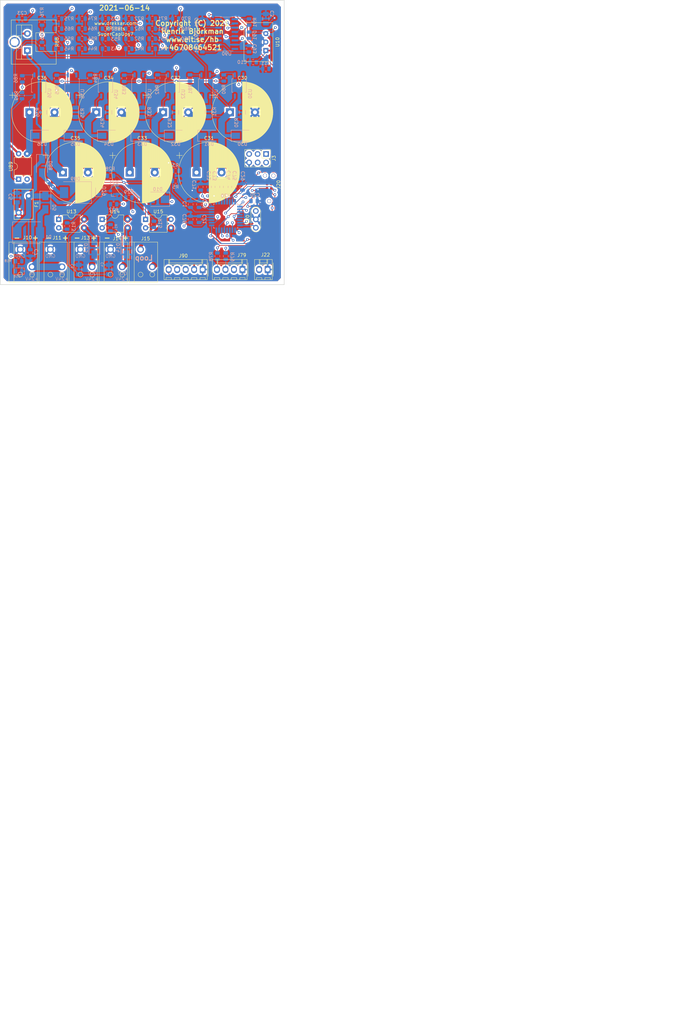
<source format=kicad_pcb>
(kicad_pcb (version 20171130) (host pcbnew 5.1.5+dfsg1-2build2)
  (title_block (date 2021-09-10))
  (layers (0 F.Cu signal) (1 In1.Cu power) (2 In2.Cu power) (31 B.Cu signal) (34 B.Paste user) (35 F.Paste user) (36 B.SilkS user) (37 F.SilkS user) (38 B.Mask user) (39 F.Mask user) (44 Edge.Cuts user))
  (net 0 "")
  (net 1 GND)
  (net 2 +BATT)
  (net 3 VCC)
  (net 4 "Net-(C21-Pad1)")
  (net 5 "Net-(C30-Pad1)")
  (net 6 "Net-(C31-Pad1)")
  (net 7 "Net-(C32-Pad1)")
  (net 8 "Net-(C33-Pad1)")
  (net 9 "Net-(C34-Pad1)")
  (net 10 "Net-(C35-Pad1)")
  (net 11 "Net-(R35-Pad1)")
  (net 12 "Net-(R40-Pad2)")
  (net 13 "Net-(R42-Pad2)")
  (net 14 "Net-(R43-Pad2)")
  (net 15 "Net-(R85-Pad2)")
  (net 16 /PB1)
  (net 17 /PD7)
  (net 18 "Net-(D1-Pad2)")
  (net 19 "Net-(C7-Pad1)")
  (net 20 "Net-(R89-Pad2)")
  (net 21 "Net-(C91-Pad1)")
  (net 22 "Net-(C94-Pad1)")
  (net 23 "Net-(U20-Pad8)")
  (net 24 "Net-(U20-Pad7)")
  (net 25 "Net-(R13-Pad2)")
  (net 26 "Net-(R14-Pad2)")
  (net 27 "Net-(D29-Pad2)")
  (net 28 "Net-(D18-Pad2)")
  (net 29 "Net-(R88-Pad2)")
  (net 30 "Net-(J79-Pad4)")
  (net 31 "Net-(J79-Pad3)")
  (net 32 /ADC2)
  (net 33 /ADC3)
  (net 34 /ADC4)
  (net 35 /ADC5)
  (net 36 /ADC6)
  (net 37 /ADC7)
  (net 38 "Net-(R14-Pad1)")
  (net 39 /ADC1)
  (net 40 "Net-(J15-Pad2)")
  (net 41 "Net-(J15-Pad1)")
  (net 42 "Net-(R15-Pad2)")
  (net 43 "Net-(C91-Pad2)")
  (net 44 "Net-(C92-Pad2)")
  (net 45 "Net-(C92-Pad1)")
  (net 46 "Net-(C93-Pad1)")
  (net 47 "Net-(D29-Pad1)")
  (net 48 "Net-(D91-Pad1)")
  (net 49 "Net-(R91-Pad1)")
  (net 50 "Net-(J90-Pad4)")
  (net 51 "Net-(J90-Pad3)")
  (net 52 "Net-(J90-Pad5)")
  (net 53 "Net-(R30-Pad1)")
  (net 54 "Net-(R31-Pad1)")
  (net 55 "Net-(R32-Pad1)")
  (net 56 "Net-(R33-Pad1)")
  (net 57 "Net-(R34-Pad1)")
  (net 58 "Net-(R80-Pad2)")
  (net 59 "Net-(R81-Pad2)")
  (net 60 "Net-(R82-Pad2)")
  (net 61 "Net-(R83-Pad2)")
  (net 62 "Net-(R84-Pad2)")
  (net 63 /PD2)
  (net 64 /PD6)
  (net 65 /PD5)
  (net 66 /PD4)
  (net 67 /PD3)
  (net 68 "Net-(C36-Pad1)")
  (net 69 /ADC0)
  (net 70 "Net-(R36-Pad1)")
  (net 71 "Net-(R41-Pad2)")
  (net 72 "Net-(R44-Pad2)")
  (net 73 "Net-(R45-Pad2)")
  (net 74 "Net-(R86-Pad2)")
  (net 75 /PB0)
  (net 76 "Net-(Q21-Pad1)")
  (net 77 "Net-(D13-Pad1)")
  (net 78 "Net-(D14-Pad1)")
  (net 79 /Reset_)
  (net 80 /MOSI)
  (net 81 /SCK)
  (net 82 /MISO)
  (net 83 /DEV_RxD)
  (net 84 /Dev_TxD)
  (module eit_footprints:connector_TE_Connectivity_2_pin (layer F.Cu) (at -19 29)
    (fp_text reference J13 (at 2 -0.5) (layer F.SilkS))
    (fp_text value Conn_01x02)
    (pad 2 thru_hole circle (at 4 8.2) (size 2 2) (drill 1.3) (layers *.Cu *.Mask) (net 77 "Net-(D13-Pad1)"))
    (pad 1 thru_hole circle (at 0.5 3) (size 2 2) (drill 1.3) (layers *.Cu *.Mask) (net 1 GND))
  )
  (module Diode_SMD:D_SMA (layer B.Cu) (at -4.7 31.5 270)
    (fp_text reference D14 (at 0 2.5 90) (layer B.SilkS) (effects (justify mirror)))
    (fp_text value D)
    (pad 2 smd rect (at 2 0 270) (size 2.5 1.8) (layers B.Cu B.Paste B.Mask) (net 1 GND))
    (pad 1 smd rect (at -2 0 270) (size 2.5 1.8) (layers B.Cu B.Paste B.Mask) (net 78 "Net-(D14-Pad1)"))
  )
  (module Diode_SMD:D_SMA (layer B.Cu) (at -14.3 31.5 270)
    (fp_text reference D13 (at 0 2.5 270) (layer B.SilkS) (effects (justify mirror)))
    (fp_text value D)
    (pad 2 smd rect (at 2 0 270) (size 2.5 1.8) (layers B.Cu B.Paste B.Mask) (net 1 GND))
    (pad 1 smd rect (at -2 0 270) (size 2.5 1.8) (layers B.Cu B.Paste B.Mask) (net 77 "Net-(D13-Pad1)"))
  )
  (module eit_footprints:SOP-4_4.1x4.4x2.54P (layer B.Cu) (at -21 -17 270)
    (fp_text reference U35 (at 2.46 -3.11 90) (layer B.SilkS) (effects (justify mirror)))
    (fp_text value "opto_coupler_EL357N(B)(TA)-G")
    (pad 4 smd roundrect (at 3.175 1.27 270) (size 1.5 0.6) (layers B.Cu B.Paste B.Mask) (net 10 "Net-(C35-Pad1)"))
    (pad 3 smd roundrect (at 3.175 -1.27 270) (size 1.5 0.6) (layers B.Cu B.Paste B.Mask) (net 11 "Net-(R35-Pad1)"))
    (pad 2 smd roundrect (at -3.175 -1.27 270) (size 1.5 0.6) (layers B.Cu B.Paste B.Mask) (net 65 /PD5))
    (pad 1 smd roundrect (at -3.175 1.27 270) (size 1.5 0.6) (layers B.Cu B.Paste B.Mask) (net 15 "Net-(R85-Pad2)"))
  )
  (module Package_QFP:TQFP-32_7x7mm_P0.8mm (layer B.Cu) (at 25 22 180)
    (fp_text reference U20 (at 0 6.05) (layer B.SilkS) (effects (justify mirror)))
    (fp_text value ATmega328-AU)
    (pad 32 smd rect (at -2.8 4.25 90) (size 1.6 0.55) (layers B.Cu B.Paste B.Mask) (net 63 /PD2))
    (pad 31 smd rect (at -2 4.25 90) (size 1.6 0.55) (layers B.Cu B.Paste B.Mask) (net 84 /Dev_TxD))
    (pad 30 smd rect (at -1.2 4.25 90) (size 1.6 0.55) (layers B.Cu B.Paste B.Mask) (net 83 /DEV_RxD))
    (pad 29 smd rect (at -0.4 4.25 90) (size 1.6 0.55) (layers B.Cu B.Paste B.Mask) (net 79 /Reset_))
    (pad 28 smd rect (at 0.4 4.25 90) (size 1.6 0.55) (layers B.Cu B.Paste B.Mask) (net 35 /ADC5))
    (pad 27 smd rect (at 1.2 4.25 90) (size 1.6 0.55) (layers B.Cu B.Paste B.Mask) (net 34 /ADC4))
    (pad 26 smd rect (at 2 4.25 90) (size 1.6 0.55) (layers B.Cu B.Paste B.Mask) (net 33 /ADC3))
    (pad 25 smd rect (at 2.8 4.25 90) (size 1.6 0.55) (layers B.Cu B.Paste B.Mask) (net 32 /ADC2))
    (pad 24 smd rect (at 4.25 2.8 180) (size 1.6 0.55) (layers B.Cu B.Paste B.Mask) (net 39 /ADC1))
    (pad 23 smd rect (at 4.25 2 180) (size 1.6 0.55) (layers B.Cu B.Paste B.Mask) (net 69 /ADC0))
    (pad 22 smd rect (at 4.25 1.2 180) (size 1.6 0.55) (layers B.Cu B.Paste B.Mask) (net 37 /ADC7))
    (pad 21 smd rect (at 4.25 0.4 180) (size 1.6 0.55) (layers B.Cu B.Paste B.Mask) (net 1 GND))
    (pad 20 smd rect (at 4.25 -0.4 180) (size 1.6 0.55) (layers B.Cu B.Paste B.Mask) (net 4 "Net-(C21-Pad1)"))
    (pad 19 smd rect (at 4.25 -1.2 180) (size 1.6 0.55) (layers B.Cu B.Paste B.Mask) (net 36 /ADC6))
    (pad 18 smd rect (at 4.25 -2 180) (size 1.6 0.55) (layers B.Cu B.Paste B.Mask) (net 3 VCC))
    (pad 17 smd rect (at 4.25 -2.8 180) (size 1.6 0.55) (layers B.Cu B.Paste B.Mask) (net 81 /SCK))
    (pad 16 smd rect (at 2.8 -4.25 90) (size 1.6 0.55) (layers B.Cu B.Paste B.Mask) (net 82 /MISO))
    (pad 15 smd rect (at 2 -4.25 90) (size 1.6 0.55) (layers B.Cu B.Paste B.Mask) (net 80 /MOSI))
    (pad 14 smd rect (at 1.2 -4.25 90) (size 1.6 0.55) (layers B.Cu B.Paste B.Mask) (net 38 "Net-(R14-Pad1)"))
    (pad 13 smd rect (at 0.4 -4.25 90) (size 1.6 0.55) (layers B.Cu B.Paste B.Mask) (net 16 /PB1))
    (pad 12 smd rect (at -0.4 -4.25 90) (size 1.6 0.55) (layers B.Cu B.Paste B.Mask) (net 75 /PB0))
    (pad 11 smd rect (at -1.2 -4.25 90) (size 1.6 0.55) (layers B.Cu B.Paste B.Mask) (net 17 /PD7))
    (pad 10 smd rect (at -2 -4.25 90) (size 1.6 0.55) (layers B.Cu B.Paste B.Mask) (net 64 /PD6))
    (pad 9 smd rect (at -2.8 -4.25 90) (size 1.6 0.55) (layers B.Cu B.Paste B.Mask) (net 65 /PD5))
    (pad 8 smd rect (at -4.25 -2.8 180) (size 1.6 0.55) (layers B.Cu B.Paste B.Mask) (net 23 "Net-(U20-Pad8)"))
    (pad 7 smd rect (at -4.25 -2 180) (size 1.6 0.55) (layers B.Cu B.Paste B.Mask) (net 24 "Net-(U20-Pad7)"))
    (pad 6 smd rect (at -4.25 -1.2 180) (size 1.6 0.55) (layers B.Cu B.Paste B.Mask) (net 3 VCC))
    (pad 5 smd rect (at -4.25 -0.4 180) (size 1.6 0.55) (layers B.Cu B.Paste B.Mask) (net 1 GND))
    (pad 4 smd rect (at -4.25 0.4 180) (size 1.6 0.55) (layers B.Cu B.Paste B.Mask) (net 3 VCC))
    (pad 3 smd rect (at -4.25 1.2 180) (size 1.6 0.55) (layers B.Cu B.Paste B.Mask) (net 1 GND))
    (pad 2 smd rect (at -4.25 2 180) (size 1.6 0.55) (layers B.Cu B.Paste B.Mask) (net 66 /PD4))
    (pad 1 smd rect (at -4.25 2.8 180) (size 1.6 0.55) (layers B.Cu B.Paste B.Mask) (net 67 /PD3))
  )
  (module Capacitor_SMD:C_0805_2012Metric (layer B.Cu) (at 33.5 17.5)
    (fp_text reference C20 (at 0.3 -1.8) (layer B.SilkS) (effects (justify mirror)))
    (fp_text value 0.1uF)
    (pad 2 smd roundrect (at 0.9375 0) (size 0.975 1.4) (layers B.Cu B.Paste B.Mask) (net 1 GND))
    (pad 1 smd roundrect (at -0.9375 0) (size 0.975 1.4) (layers B.Cu B.Paste B.Mask) (net 3 VCC))
  )
  (module Capacitor_SMD:C_0805_2012Metric (layer B.Cu) (at 17 18.5 90)
    (fp_text reference C70 (at 0.2 1.7 270) (layer B.SilkS) (effects (justify mirror)))
    (fp_text value 1uF)
    (pad 2 smd roundrect (at 0.9375 0 90) (size 0.975 1.4) (layers B.Cu B.Paste B.Mask) (net 1 GND))
    (pad 1 smd roundrect (at -0.9375 0 90) (size 0.975 1.4) (layers B.Cu B.Paste B.Mask) (net 69 /ADC0))
  )
  (module Capacitor_SMD:C_0805_2012Metric (layer B.Cu) (at 14.5 18.5 90)
    (fp_text reference C1 (at 0 -1.8 90) (layer B.SilkS) (effects (justify mirror)))
    (fp_text value 1uF)
    (pad 2 smd roundrect (at 0.9375 0 90) (size 0.975 1.4) (layers B.Cu B.Paste B.Mask) (net 1 GND))
    (pad 1 smd roundrect (at -0.9375 0 90) (size 0.975 1.4) (layers B.Cu B.Paste B.Mask) (net 37 /ADC7))
  )
  (module Resistor_SMD:R_0805_2012Metric (layer B.Cu) (at -9.5 25.5 90)
    (fp_text reference R14 (at 0.1 1.7 90) (layer B.SilkS) (effects (font (size 0.7 0.7) (thickness 0.1)) (justify mirror)))
    (fp_text value 220)
    (pad 2 smd roundrect (at 0.9375 0 90) (size 0.975 1.4) (layers B.Cu B.Paste B.Mask) (net 26 "Net-(R14-Pad2)"))
    (pad 1 smd roundrect (at -0.9375 0 90) (size 0.975 1.4) (layers B.Cu B.Paste B.Mask) (net 38 "Net-(R14-Pad1)"))
  )
  (module Package_TO_SOT_SMD:SOT-23 (layer B.Cu) (at -8.5 14.5 180)
    (fp_text reference Q21 (at 0 2.5) (layer B.SilkS) (effects (justify mirror)))
    (fp_text value S8050)
    (pad 3 smd rect (at 1 0 180) (size 0.9 0.8) (layers B.Cu B.Paste B.Mask) (net 47 "Net-(D29-Pad1)"))
    (pad 2 smd rect (at -1 -0.95 180) (size 0.9 0.8) (layers B.Cu B.Paste B.Mask) (net 1 GND))
    (pad 1 smd rect (at -1 0.95 180) (size 0.9 0.8) (layers B.Cu B.Paste B.Mask) (net 76 "Net-(Q21-Pad1)"))
  )
  (module Resistor_SMD:R_0805_2012Metric (layer B.Cu) (at 3.5 24.5 270)
    (fp_text reference R15 (at -0.3 -1.9 90) (layer B.SilkS) (effects (justify mirror)))
    (fp_text value 220)
    (pad 2 smd roundrect (at 0.9375 0 270) (size 0.975 1.4) (layers B.Cu B.Paste B.Mask) (net 42 "Net-(R15-Pad2)"))
    (pad 1 smd roundrect (at -0.9375 0 270) (size 0.975 1.4) (layers B.Cu B.Paste B.Mask) (net 47 "Net-(D29-Pad1)"))
  )
  (module Capacitor_THT:CP_Radial_D18.0mm_P7.50mm (layer F.Cu) (at 6.25 -9)
    (fp_text reference C32 (at 3.75 -10.25) (layer F.SilkS))
    (fp_text value CP)
    (pad 2 thru_hole circle (at 7.5 0) (size 2.4 2.4) (drill 1.2) (layers *.Cu *.Mask) (net 6 "Net-(C31-Pad1)"))
    (pad 1 thru_hole rect (at 0 0) (size 2.4 2.4) (drill 1.2) (layers *.Cu *.Mask) (net 7 "Net-(C32-Pad1)"))
  )
  (module Capacitor_THT:CP_Radial_D18.0mm_P7.50mm (layer F.Cu) (at 16.25 9)
    (fp_text reference C31 (at 3.75 -10.25) (layer F.SilkS))
    (fp_text value CP)
    (pad 2 thru_hole circle (at 7.5 0) (size 2.4 2.4) (drill 1.2) (layers *.Cu *.Mask) (net 5 "Net-(C30-Pad1)"))
    (pad 1 thru_hole rect (at 0 0) (size 2.4 2.4) (drill 1.2) (layers *.Cu *.Mask) (net 6 "Net-(C31-Pad1)"))
  )
  (module Capacitor_THT:CP_Radial_D18.0mm_P7.50mm (layer F.Cu) (at 26.25 -9)
    (fp_text reference C30 (at 3.75 -10.25) (layer F.SilkS))
    (fp_text value CP)
    (pad 2 thru_hole circle (at 7.5 0) (size 2.4 2.4) (drill 1.2) (layers *.Cu *.Mask) (net 1 GND))
    (pad 1 thru_hole rect (at 0 0) (size 2.4 2.4) (drill 1.2) (layers *.Cu *.Mask) (net 5 "Net-(C30-Pad1)"))
  )
  (module Capacitor_THT:CP_Radial_D18.0mm_P7.50mm (layer F.Cu) (at -3.75 9)
    (fp_text reference C33 (at 3.75 -10.25) (layer F.SilkS))
    (fp_text value CP)
    (pad 2 thru_hole circle (at 7.5 0) (size 2.4 2.4) (drill 1.2) (layers *.Cu *.Mask) (net 7 "Net-(C32-Pad1)"))
    (pad 1 thru_hole rect (at 0 0) (size 2.4 2.4) (drill 1.2) (layers *.Cu *.Mask) (net 8 "Net-(C33-Pad1)"))
  )
  (module Capacitor_THT:CP_Radial_D18.0mm_P7.50mm (layer F.Cu) (at -13.75 -9)
    (fp_text reference C34 (at 3.75 -10.25) (layer F.SilkS))
    (fp_text value CP)
    (pad 2 thru_hole circle (at 7.5 0) (size 2.4 2.4) (drill 1.2) (layers *.Cu *.Mask) (net 8 "Net-(C33-Pad1)"))
    (pad 1 thru_hole rect (at 0 0) (size 2.4 2.4) (drill 1.2) (layers *.Cu *.Mask) (net 9 "Net-(C34-Pad1)"))
  )
  (module Capacitor_THT:CP_Radial_D18.0mm_P7.50mm (layer F.Cu) (at -23.75 9)
    (fp_text reference C35 (at 3.75 -10.25) (layer F.SilkS))
    (fp_text value CP)
    (pad 2 thru_hole circle (at 7.5 0) (size 2.4 2.4) (drill 1.2) (layers *.Cu *.Mask) (net 9 "Net-(C34-Pad1)"))
    (pad 1 thru_hole rect (at 0 0) (size 2.4 2.4) (drill 1.2) (layers *.Cu *.Mask) (net 10 "Net-(C35-Pad1)"))
  )
  (module Capacitor_THT:CP_Radial_D18.0mm_P7.50mm (layer F.Cu) (at -33.75 -9)
    (fp_text reference C36 (at 3.75 -10.25) (layer F.SilkS))
    (fp_text value CP)
    (pad 2 thru_hole circle (at 7.5 0) (size 2.4 2.4) (drill 1.2) (layers *.Cu *.Mask) (net 10 "Net-(C35-Pad1)"))
    (pad 1 thru_hole rect (at 0 0) (size 2.4 2.4) (drill 1.2) (layers *.Cu *.Mask) (net 68 "Net-(C36-Pad1)"))
  )
  (module eit_footprints:connector_10pin_TC2050-IDC-NL (layer F.Cu) (at 38 15 90)
    (fp_text reference J20 (at 2.4 2.8 90) (layer F.SilkS))
    (fp_text value connector_10pin_ISP_Console)
    (pad 10 smd circle (at 3.81 -0.635 90) (size 0.787 0.787) (layers F.Cu F.Paste F.Mask))
    (pad 9 smd circle (at 3.81 0.635 90) (size 0.787 0.787) (layers F.Cu F.Paste F.Mask))
    (pad 8 smd circle (at 2.54 -0.635 90) (size 0.787 0.787) (layers F.Cu F.Paste F.Mask) (net 83 /DEV_RxD))
    (pad 7 smd circle (at 2.54 0.635 90) (size 0.787 0.787) (layers F.Cu F.Paste F.Mask) (net 84 /Dev_TxD))
    (pad "" thru_hole circle (at 5.08 1.27 90) (size 1.191 1.191) (drill 0.991) (layers *.Cu *.Mask))
    (pad "" thru_hole circle (at 5.08 -1.27 90) (size 1.191 1.191) (drill 0.991) (layers *.Cu *.Mask))
    (pad "" thru_hole circle (at -2.54 0 90) (size 1.191 1.191) (drill 0.991) (layers *.Cu *.Mask))
    (pad 6 smd circle (at 1.27 -0.635 90) (size 0.787 0.787) (layers F.Cu F.Paste F.Mask) (net 1 GND))
    (pad 5 smd circle (at 1.27 0.635 90) (size 0.787 0.787) (layers F.Cu F.Paste F.Mask) (net 79 /Reset_))
    (pad 4 smd circle (at 0 -0.635 90) (size 0.787 0.787) (layers F.Cu F.Paste F.Mask) (net 80 /MOSI))
    (pad 3 smd circle (at 0 0.635 90) (size 0.787 0.787) (layers F.Cu F.Paste F.Mask) (net 81 /SCK))
    (pad 2 smd circle (at -1.27 -0.635 90) (size 0.787 0.787) (layers F.Cu F.Paste F.Mask) (net 3 VCC))
    (pad 1 smd circle (at -1.27 0.635 90) (size 0.787 0.787) (layers F.Cu F.Paste F.Mask) (net 82 /MISO))
  )
  (module Resistor_SMD:R_0805_2012Metric (layer B.Cu) (at -18 -28)
    (fp_text reference R44 (at 3.1 0 180) (layer B.SilkS) (effects (justify mirror)))
    (fp_text value 33K)
    (pad 2 smd roundrect (at 0.9375 0) (size 0.975 1.4) (layers B.Cu B.Paste B.Mask) (net 72 "Net-(R44-Pad2)"))
    (pad 1 smd roundrect (at -0.9375 0) (size 0.975 1.4) (layers B.Cu B.Paste B.Mask) (net 68 "Net-(C36-Pad1)"))
  )
  (module Capacitor_SMD:C_0805_2012Metric (layer B.Cu) (at -35.9375 -37 180)
    (fp_text reference C23 (at 0 1.65) (layer B.SilkS) (effects (justify mirror)))
    (fp_text value 10uF)
    (pad 2 smd roundrect (at 0.9375 0 180) (size 0.975 1.4) (layers B.Cu B.Paste B.Mask) (net 1 GND))
    (pad 1 smd roundrect (at -0.9375 0 180) (size 0.975 1.4) (layers B.Cu B.Paste B.Mask) (net 3 VCC))
  )
  (module eit_footprints:SOP-4_4.1x4.4x2.54P (layer B.Cu) (at -31 -17 270)
    (fp_text reference U36 (at 2.3 -3.23 90) (layer B.SilkS) (effects (justify mirror)))
    (fp_text value "opto_coupler_EL357N(B)(TA)-G")
    (pad 4 smd roundrect (at 3.175 1.27 270) (size 1.5 0.6) (layers B.Cu B.Paste B.Mask) (net 68 "Net-(C36-Pad1)"))
    (pad 3 smd roundrect (at 3.175 -1.27 270) (size 1.5 0.6) (layers B.Cu B.Paste B.Mask) (net 70 "Net-(R36-Pad1)"))
    (pad 2 smd roundrect (at -3.175 -1.27 270) (size 1.5 0.6) (layers B.Cu B.Paste B.Mask) (net 64 /PD6))
    (pad 1 smd roundrect (at -3.175 1.27 270) (size 1.5 0.6) (layers B.Cu B.Paste B.Mask) (net 74 "Net-(R86-Pad2)"))
  )
  (module Resistor_SMD:R_0805_2012Metric (layer B.Cu) (at -35.9 -19 90)
    (fp_text reference R86 (at 0.16 -1.94 90) (layer B.SilkS) (effects (justify mirror)))
    (fp_text value 220)
    (pad 2 smd roundrect (at 0.9375 0 90) (size 0.975 1.4) (layers B.Cu B.Paste B.Mask) (net 74 "Net-(R86-Pad2)"))
    (pad 1 smd roundrect (at -0.9375 0 90) (size 0.975 1.4) (layers B.Cu B.Paste B.Mask) (net 3 VCC))
  )
  (module Resistor_SMD:R_0805_2012Metric (layer B.Cu) (at -30 -36 90)
    (fp_text reference R76 (at 3 0 90) (layer B.SilkS) (effects (justify mirror)))
    (fp_text value 3K3)
    (pad 2 smd roundrect (at 0.9375 0 90) (size 0.975 1.4) (layers B.Cu B.Paste B.Mask) (net 1 GND))
    (pad 1 smd roundrect (at -0.9375 0 90) (size 0.975 1.4) (layers B.Cu B.Paste B.Mask) (net 36 /ADC6))
  )
  (module Resistor_SMD:R_0805_2012Metric (layer B.Cu) (at -30 -29 90)
    (fp_text reference R66 (at 3 0 90) (layer B.SilkS) (effects (justify mirror)))
    (fp_text value 220K)
    (pad 2 smd roundrect (at 0.9375 0 90) (size 0.975 1.4) (layers B.Cu B.Paste B.Mask) (net 36 /ADC6))
    (pad 1 smd roundrect (at -0.9375 0 90) (size 0.975 1.4) (layers B.Cu B.Paste B.Mask) (net 68 "Net-(C36-Pad1)"))
  )
  (module Resistor_SMD:R_0805_2012Metric (layer B.Cu) (at -25 -31)
    (fp_text reference R55 (at 3.1 0) (layer B.SilkS) (effects (justify mirror)))
    (fp_text value 2K2)
    (pad 2 smd roundrect (at 0.9375 0) (size 0.975 1.4) (layers B.Cu B.Paste B.Mask) (net 10 "Net-(C35-Pad1)"))
    (pad 1 smd roundrect (at -0.9375 0) (size 0.975 1.4) (layers B.Cu B.Paste B.Mask) (net 73 "Net-(R45-Pad2)"))
  )
  (module Resistor_SMD:R_0805_2012Metric (layer B.Cu) (at -18 -31)
    (fp_text reference R54 (at 3.1 0) (layer B.SilkS) (effects (justify mirror)))
    (fp_text value 6K8)
    (pad 2 smd roundrect (at 0.9375 0) (size 0.975 1.4) (layers B.Cu B.Paste B.Mask) (net 9 "Net-(C34-Pad1)"))
    (pad 1 smd roundrect (at -0.9375 0) (size 0.975 1.4) (layers B.Cu B.Paste B.Mask) (net 72 "Net-(R44-Pad2)"))
  )
  (module Resistor_SMD:R_0805_2012Metric (layer B.Cu) (at 3 -31)
    (fp_text reference R51 (at 3.1 0) (layer B.SilkS) (effects (justify mirror)))
    (fp_text value 22K)
    (pad 2 smd roundrect (at 0.9375 0) (size 0.975 1.4) (layers B.Cu B.Paste B.Mask) (net 6 "Net-(C31-Pad1)"))
    (pad 1 smd roundrect (at -0.9375 0) (size 0.975 1.4) (layers B.Cu B.Paste B.Mask) (net 71 "Net-(R41-Pad2)"))
  )
  (module Resistor_SMD:R_0805_2012Metric (layer B.Cu) (at -25 -28)
    (fp_text reference R45 (at 3.1 0) (layer B.SilkS) (effects (justify mirror)))
    (fp_text value 22K)
    (pad 2 smd roundrect (at 0.9375 0) (size 0.975 1.4) (layers B.Cu B.Paste B.Mask) (net 73 "Net-(R45-Pad2)"))
    (pad 1 smd roundrect (at -0.9375 0) (size 0.975 1.4) (layers B.Cu B.Paste B.Mask) (net 68 "Net-(C36-Pad1)"))
  )
  (module Resistor_SMD:R_1206_3216Metric (layer B.Cu) (at -29.5 -9 270)
    (fp_text reference R36 (at 0 1.82 90) (layer B.SilkS) (effects (justify mirror)))
    (fp_text value 100)
    (pad 2 smd roundrect (at 1.4 0 270) (size 1.25 1.75) (layers B.Cu B.Paste B.Mask) (roundrect_rratio 0.2) (net 10 "Net-(C35-Pad1)"))
    (pad 1 smd roundrect (at -1.4 0 270) (size 1.25 1.75) (layers B.Cu B.Paste B.Mask) (roundrect_rratio 0.2) (net 70 "Net-(R36-Pad1)"))
  )
  (module Diode_SMD:D_SMA (layer B.Cu) (at -30 -2)
    (fp_text reference D36 (at 0 2.5) (layer B.SilkS) (effects (justify mirror)))
    (fp_text value D)
    (pad 2 smd rect (at 2 0) (size 2.5 1.8) (layers B.Cu B.Paste B.Mask) (net 10 "Net-(C35-Pad1)"))
    (pad 1 smd rect (at -2 0) (size 2.5 1.8) (layers B.Cu B.Paste B.Mask) (net 68 "Net-(C36-Pad1)"))
  )
  (module Capacitor_SMD:C_0805_2012Metric (layer B.Cu) (at 14.5 23 90)
    (fp_text reference C76 (at 0.2 -1.8 90) (layer B.SilkS) (effects (justify mirror)))
    (fp_text value 1uF)
    (pad 2 smd roundrect (at 0.9375 0 90) (size 0.975 1.4) (layers B.Cu B.Paste B.Mask) (net 1 GND))
    (pad 1 smd roundrect (at -0.9375 0 90) (size 0.975 1.4) (layers B.Cu B.Paste B.Mask) (net 36 /ADC6))
  )
  (module eit_footprints:SOP-4_4.1x4.4x2.54P (layer B.Cu) (at -11 -17 270)
    (fp_text reference U34 (at 2.62 -3.18 90) (layer B.SilkS) (effects (justify mirror)))
    (fp_text value "opto_coupler_EL357N(B)(TA)-G")
    (pad 4 smd roundrect (at 3.175 1.27 270) (size 1.5 0.6) (layers B.Cu B.Paste B.Mask) (net 9 "Net-(C34-Pad1)"))
    (pad 3 smd roundrect (at 3.175 -1.27 270) (size 1.5 0.6) (layers B.Cu B.Paste B.Mask) (net 57 "Net-(R34-Pad1)"))
    (pad 2 smd roundrect (at -3.175 -1.27 270) (size 1.5 0.6) (layers B.Cu B.Paste B.Mask) (net 66 /PD4))
    (pad 1 smd roundrect (at -3.175 1.27 270) (size 1.5 0.6) (layers B.Cu B.Paste B.Mask) (net 62 "Net-(R84-Pad2)"))
  )
  (module eit_footprints:SOP-4_4.1x4.4x2.54P (layer B.Cu) (at -1 -17 270)
    (fp_text reference U33 (at 2.4 -3.21 90) (layer B.SilkS) (effects (justify mirror)))
    (fp_text value "opto_coupler_EL357N(B)(TA)-G")
    (pad 4 smd roundrect (at 3.175 1.27 270) (size 1.5 0.6) (layers B.Cu B.Paste B.Mask) (net 8 "Net-(C33-Pad1)"))
    (pad 3 smd roundrect (at 3.175 -1.27 270) (size 1.5 0.6) (layers B.Cu B.Paste B.Mask) (net 56 "Net-(R33-Pad1)"))
    (pad 2 smd roundrect (at -3.175 -1.27 270) (size 1.5 0.6) (layers B.Cu B.Paste B.Mask) (net 67 /PD3))
    (pad 1 smd roundrect (at -3.175 1.27 270) (size 1.5 0.6) (layers B.Cu B.Paste B.Mask) (net 61 "Net-(R83-Pad2)"))
  )
  (module eit_footprints:SOP-4_4.1x4.4x2.54P (layer B.Cu) (at 9 -17 270)
    (fp_text reference U32 (at 2.54 -3.26 90) (layer B.SilkS) (effects (justify mirror)))
    (fp_text value "opto_coupler_EL357N(B)(TA)-G")
    (pad 4 smd roundrect (at 3.175 1.27 270) (size 1.5 0.6) (layers B.Cu B.Paste B.Mask) (net 7 "Net-(C32-Pad1)"))
    (pad 3 smd roundrect (at 3.175 -1.27 270) (size 1.5 0.6) (layers B.Cu B.Paste B.Mask) (net 55 "Net-(R32-Pad1)"))
    (pad 2 smd roundrect (at -3.175 -1.27 270) (size 1.5 0.6) (layers B.Cu B.Paste B.Mask) (net 63 /PD2))
    (pad 1 smd roundrect (at -3.175 1.27 270) (size 1.5 0.6) (layers B.Cu B.Paste B.Mask) (net 60 "Net-(R82-Pad2)"))
  )
  (module eit_footprints:SOP-4_4.1x4.4x2.54P (layer B.Cu) (at 19 -17 270)
    (fp_text reference U31 (at 2.57 -3.11 90) (layer B.SilkS) (effects (justify mirror)))
    (fp_text value "opto_coupler_EL357N(B)(TA)-G")
    (pad 4 smd roundrect (at 3.175 1.27 270) (size 1.5 0.6) (layers B.Cu B.Paste B.Mask) (net 6 "Net-(C31-Pad1)"))
    (pad 3 smd roundrect (at 3.175 -1.27 270) (size 1.5 0.6) (layers B.Cu B.Paste B.Mask) (net 54 "Net-(R31-Pad1)"))
    (pad 2 smd roundrect (at -3.175 -1.27 270) (size 1.5 0.6) (layers B.Cu B.Paste B.Mask) (net 16 /PB1))
    (pad 1 smd roundrect (at -3.175 1.27 270) (size 1.5 0.6) (layers B.Cu B.Paste B.Mask) (net 59 "Net-(R81-Pad2)"))
  )
  (module eit_footprints:SOP-4_4.1x4.4x2.54P (layer B.Cu) (at 29 -17 270)
    (fp_text reference U30 (at 2.44 -3.3 90) (layer B.SilkS) (effects (justify mirror)))
    (fp_text value "opto_coupler_EL357N(B)(TA)-G")
    (pad 4 smd roundrect (at 3.175 1.27 270) (size 1.5 0.6) (layers B.Cu B.Paste B.Mask) (net 5 "Net-(C30-Pad1)"))
    (pad 3 smd roundrect (at 3.175 -1.27 270) (size 1.5 0.6) (layers B.Cu B.Paste B.Mask) (net 53 "Net-(R30-Pad1)"))
    (pad 2 smd roundrect (at -3.175 -1.27 270) (size 1.5 0.6) (layers B.Cu B.Paste B.Mask) (net 75 /PB0))
    (pad 1 smd roundrect (at -3.175 1.27 270) (size 1.5 0.6) (layers B.Cu B.Paste B.Mask) (net 58 "Net-(R80-Pad2)"))
  )
  (module Connector_Molex:Molex_KK-254_AE-6410-05A_1x05_P2.54mm_Vertical (layer F.Cu) (at 18.08 38 180)
    (fp_text reference J90 (at 5.78 4.1) (layer F.SilkS))
    (fp_text value Conn_01x05)
    (pad 5 thru_hole oval (at 10.16 0 180) (size 1.74 2.2) (drill 1.2) (layers *.Cu *.Mask) (net 52 "Net-(J90-Pad5)"))
    (pad 4 thru_hole oval (at 7.62 0 180) (size 1.74 2.2) (drill 1.2) (layers *.Cu *.Mask) (net 50 "Net-(J90-Pad4)"))
    (pad 3 thru_hole oval (at 5.08 0 180) (size 1.74 2.2) (drill 1.2) (layers *.Cu *.Mask) (net 51 "Net-(J90-Pad3)"))
    (pad 2 thru_hole oval (at 2.54 0 180) (size 1.74 2.2) (drill 1.2) (layers *.Cu *.Mask) (net 2 +BATT))
    (pad 1 thru_hole roundrect (at 0 0 180) (size 1.74 2.2) (drill 1.2) (layers *.Cu *.Mask) (roundrect_rratio 0.143678) (net 1 GND))
  )
  (module Package_SO:SOIC-16_3.9x9.9mm_P1.27mm (layer B.Cu) (at 25.27 -32.4)
    (fp_text reference U90 (at 0 5.9) (layer B.SilkS) (effects (justify mirror)))
    (fp_text value MAX232)
    (pad 16 smd roundrect (at 2.475 4.445) (size 1.95 0.6) (layers B.Cu B.Paste B.Mask))
    (pad 15 smd roundrect (at 2.475 3.175) (size 1.95 0.6) (layers B.Cu B.Paste B.Mask) (net 1 GND))
    (pad 14 smd roundrect (at 2.475 1.905) (size 1.95 0.6) (layers B.Cu B.Paste B.Mask) (net 50 "Net-(J90-Pad4)"))
    (pad 13 smd roundrect (at 2.475 0.635) (size 1.95 0.6) (layers B.Cu B.Paste B.Mask) (net 51 "Net-(J90-Pad3)"))
    (pad 12 smd roundrect (at 2.475 -0.635) (size 1.95 0.6) (layers B.Cu B.Paste B.Mask) (net 83 /DEV_RxD))
    (pad 11 smd roundrect (at 2.475 -1.905) (size 1.95 0.6) (layers B.Cu B.Paste B.Mask) (net 84 /Dev_TxD))
    (pad 10 smd roundrect (at 2.475 -3.175) (size 1.95 0.6) (layers B.Cu B.Paste B.Mask) (net 80 /MOSI))
    (pad 9 smd roundrect (at 2.475 -4.445) (size 1.95 0.6) (layers B.Cu B.Paste B.Mask) (net 49 "Net-(R91-Pad1)"))
    (pad 8 smd roundrect (at -2.475 -4.445) (size 1.95 0.6) (layers B.Cu B.Paste B.Mask) (net 51 "Net-(J90-Pad3)"))
    (pad 7 smd roundrect (at -2.475 -3.175) (size 1.95 0.6) (layers B.Cu B.Paste B.Mask) (net 52 "Net-(J90-Pad5)"))
    (pad 6 smd roundrect (at -2.475 -1.905) (size 1.95 0.6) (layers B.Cu B.Paste B.Mask) (net 22 "Net-(C94-Pad1)"))
    (pad 5 smd roundrect (at -2.475 -0.635) (size 1.95 0.6) (layers B.Cu B.Paste B.Mask) (net 44 "Net-(C92-Pad2)"))
    (pad 4 smd roundrect (at -2.475 0.635) (size 1.95 0.6) (layers B.Cu B.Paste B.Mask) (net 45 "Net-(C92-Pad1)"))
    (pad 3 smd roundrect (at -2.475 1.905) (size 1.95 0.6) (layers B.Cu B.Paste B.Mask) (net 43 "Net-(C91-Pad2)"))
    (pad 2 smd roundrect (at -2.475 3.175) (size 1.95 0.6) (layers B.Cu B.Paste B.Mask) (net 46 "Net-(C93-Pad1)"))
    (pad 1 smd roundrect (at -2.475 4.445) (size 1.95 0.6) (layers B.Cu B.Paste B.Mask) (net 21 "Net-(C91-Pad1)"))
  )
  (module Resistor_SMD:R_0805_2012Metric (layer B.Cu) (at 32 -36 270)
    (fp_text reference R91 (at 0.1 -1.7 90) (layer B.SilkS) (effects (justify mirror)))
    (fp_text value 220)
    (pad 2 smd roundrect (at 0.9375 0 270) (size 0.975 1.4) (layers B.Cu B.Paste B.Mask) (net 48 "Net-(D91-Pad1)"))
    (pad 1 smd roundrect (at -0.9375 0 270) (size 0.975 1.4) (layers B.Cu B.Paste B.Mask) (net 49 "Net-(R91-Pad1)"))
  )
  (module LED_SMD:LED_0805_2012Metric (layer B.Cu) (at 32 -32.0625 90)
    (fp_text reference D91 (at 0 1.7 90) (layer B.SilkS) (effects (justify mirror)))
    (fp_text value amber)
    (pad 2 smd roundrect (at 0.9375 0 90) (size 0.975 1.4) (layers B.Cu B.Paste B.Mask) (net 3 VCC))
    (pad 1 smd roundrect (at -0.9375 0 90) (size 0.975 1.4) (layers B.Cu B.Paste B.Mask) (net 48 "Net-(D91-Pad1)"))
  )
  (module Capacitor_SMD:C_0805_2012Metric (layer B.Cu) (at 18 -36 90)
    (fp_text reference C94 (at -0.1 -1.7 90) (layer B.SilkS) (effects (justify mirror)))
    (fp_text value 0.1uF)
    (pad 2 smd roundrect (at 0.9375 0 90) (size 0.975 1.4) (layers B.Cu B.Paste B.Mask) (net 1 GND))
    (pad 1 smd roundrect (at -0.9375 0 90) (size 0.975 1.4) (layers B.Cu B.Paste B.Mask) (net 22 "Net-(C94-Pad1)"))
  )
  (module Capacitor_SMD:C_0805_2012Metric (layer B.Cu) (at 32 -28 90)
    (fp_text reference C93 (at 0 1.7 90) (layer B.SilkS) (effects (justify mirror)))
    (fp_text value 0.1uF)
    (pad 2 smd roundrect (at 0.9375 0 90) (size 0.975 1.4) (layers B.Cu B.Paste B.Mask) (net 1 GND))
    (pad 1 smd roundrect (at -0.9375 0 90) (size 0.975 1.4) (layers B.Cu B.Paste B.Mask) (net 46 "Net-(C93-Pad1)"))
  )
  (module Capacitor_SMD:C_0805_2012Metric (layer B.Cu) (at 18 -32 90)
    (fp_text reference C92 (at 0 -1.8 90) (layer B.SilkS) (effects (justify mirror)))
    (fp_text value 0.1uF)
    (pad 2 smd roundrect (at 0.9375 0 90) (size 0.975 1.4) (layers B.Cu B.Paste B.Mask) (net 44 "Net-(C92-Pad2)"))
    (pad 1 smd roundrect (at -0.9375 0 90) (size 0.975 1.4) (layers B.Cu B.Paste B.Mask) (net 45 "Net-(C92-Pad1)"))
  )
  (module Capacitor_SMD:C_0805_2012Metric (layer B.Cu) (at 18 -28 90)
    (fp_text reference C91 (at 0.1 -1.7 90) (layer B.SilkS) (effects (justify mirror)))
    (fp_text value 0.1uF)
    (pad 2 smd roundrect (at 0.9375 0 90) (size 0.975 1.4) (layers B.Cu B.Paste B.Mask) (net 43 "Net-(C91-Pad2)"))
    (pad 1 smd roundrect (at -0.9375 0 90) (size 0.975 1.4) (layers B.Cu B.Paste B.Mask) (net 21 "Net-(C91-Pad1)"))
  )
  (module eit_footprints:DC-DC-Recom-R78 (layer F.Cu) (at 37 -30 90)
    (fp_text reference U10 (at 0 3.5 90) (layer F.SilkS))
    (fp_text value "3.3 Volt")
    (pad 3 thru_hole circle (at 2.54 0 90) (size 1.524 1.524) (drill 0.762) (layers *.Cu *.Mask) (net 3 VCC))
    (pad 2 thru_hole circle (at 0 0 90) (size 1.524 1.524) (drill 0.762) (layers *.Cu *.Mask) (net 1 GND))
    (pad 1 thru_hole rect (at -2.54 0 90) (size 1.524 1.524) (drill 0.762) (layers *.Cu *.Mask) (net 2 +BATT))
  )
  (module Package_DIP:DIP-4_W7.62mm (layer F.Cu) (at 1 23)
    (fp_text reference U15 (at 3.81 -2.33) (layer F.SilkS))
    (fp_text value TLP222A)
    (pad 4 thru_hole oval (at 7.62 0) (size 1.6 1.6) (drill 0.8) (layers *.Cu *.Mask) (net 41 "Net-(J15-Pad1)"))
    (pad 2 thru_hole oval (at 0 2.54) (size 1.6 1.6) (drill 0.8) (layers *.Cu *.Mask) (net 42 "Net-(R15-Pad2)"))
    (pad 3 thru_hole oval (at 7.62 2.54) (size 1.6 1.6) (drill 0.8) (layers *.Cu *.Mask) (net 40 "Net-(J15-Pad2)"))
    (pad 1 thru_hole rect (at 0 0) (size 1.6 1.6) (drill 0.8) (layers *.Cu *.Mask) (net 3 VCC))
  )
  (module Resistor_SMD:R_0805_2012Metric (layer B.Cu) (at 10 11.5)
    (fp_text reference R5 (at 0 1.8) (layer B.SilkS) (effects (justify mirror)))
    (fp_text value 3.3K)
    (pad 2 smd roundrect (at 0.9375 0) (size 0.975 1.4) (layers B.Cu B.Paste B.Mask) (net 1 GND))
    (pad 1 smd roundrect (at -0.9375 0) (size 0.975 1.4) (layers B.Cu B.Paste B.Mask) (net 37 /ADC7))
  )
  (module Resistor_SMD:R_0805_2012Metric (layer B.Cu) (at 10 8.5 180)
    (fp_text reference R3 (at 0 1.65) (layer B.SilkS) (effects (justify mirror)))
    (fp_text value 150K)
    (pad 2 smd roundrect (at 0.9375 0 180) (size 0.975 1.4) (layers B.Cu B.Paste B.Mask) (net 37 /ADC7))
    (pad 1 smd roundrect (at -0.9375 0 180) (size 0.975 1.4) (layers B.Cu B.Paste B.Mask) (net 2 +BATT))
  )
  (module eit_footprints:connector_TE_Connectivity_2_pin (layer F.Cu) (at -1 29)
    (fp_text reference J15 (at 2 -0.25) (layer F.SilkS))
    (fp_text value Conn_01x02)
    (pad 2 thru_hole circle (at 4 8.2) (size 2 2) (drill 1.3) (layers *.Cu *.Mask) (net 40 "Net-(J15-Pad2)"))
    (pad 1 thru_hole circle (at 0.5 3) (size 2 2) (drill 1.3) (layers *.Cu *.Mask) (net 41 "Net-(J15-Pad1)"))
  )
  (module Diode_SMD:D_SMA (layer B.Cu) (at -30 7 270)
    (fp_text reference D88 (at -0.1 -2.6 90) (layer B.SilkS) (effects (justify mirror)))
    (fp_text value D)
    (pad 2 smd rect (at 2 0 270) (size 2.5 1.8) (layers B.Cu B.Paste B.Mask) (net 68 "Net-(C36-Pad1)"))
    (pad 1 smd rect (at -2 0 270) (size 2.5 1.8) (layers B.Cu B.Paste B.Mask) (net 19 "Net-(C7-Pad1)"))
  )
  (module Diode_SMD:D_SMA (layer B.Cu) (at -20 -2)
    (fp_text reference D35 (at 0 2.5) (layer B.SilkS) (effects (justify mirror)))
    (fp_text value D)
    (pad 2 smd rect (at 2 0) (size 2.5 1.8) (layers B.Cu B.Paste B.Mask) (net 9 "Net-(C34-Pad1)"))
    (pad 1 smd rect (at -2 0) (size 2.5 1.8) (layers B.Cu B.Paste B.Mask) (net 10 "Net-(C35-Pad1)"))
  )
  (module Diode_SMD:D_SMA (layer B.Cu) (at -10 -2)
    (fp_text reference D34 (at 0 2.5) (layer B.SilkS) (effects (justify mirror)))
    (fp_text value D)
    (pad 2 smd rect (at 2 0) (size 2.5 1.8) (layers B.Cu B.Paste B.Mask) (net 8 "Net-(C33-Pad1)"))
    (pad 1 smd rect (at -2 0) (size 2.5 1.8) (layers B.Cu B.Paste B.Mask) (net 9 "Net-(C34-Pad1)"))
  )
  (module Diode_SMD:D_SMA (layer B.Cu) (at 0 -2)
    (fp_text reference D33 (at 0 2.5) (layer B.SilkS) (effects (justify mirror)))
    (fp_text value D)
    (pad 2 smd rect (at 2 0) (size 2.5 1.8) (layers B.Cu B.Paste B.Mask) (net 7 "Net-(C32-Pad1)"))
    (pad 1 smd rect (at -2 0) (size 2.5 1.8) (layers B.Cu B.Paste B.Mask) (net 8 "Net-(C33-Pad1)"))
  )
  (module Diode_SMD:D_SMA (layer B.Cu) (at 10 -2)
    (fp_text reference D32 (at 0 2.5) (layer B.SilkS) (effects (justify mirror)))
    (fp_text value D)
    (pad 2 smd rect (at 2 0) (size 2.5 1.8) (layers B.Cu B.Paste B.Mask) (net 6 "Net-(C31-Pad1)"))
    (pad 1 smd rect (at -2 0) (size 2.5 1.8) (layers B.Cu B.Paste B.Mask) (net 7 "Net-(C32-Pad1)"))
  )
  (module Diode_SMD:D_SMA (layer B.Cu) (at 20 -2)
    (fp_text reference D31 (at 0 2.5) (layer B.SilkS) (effects (justify mirror)))
    (fp_text value D)
    (pad 2 smd rect (at 2 0) (size 2.5 1.8) (layers B.Cu B.Paste B.Mask) (net 5 "Net-(C30-Pad1)"))
    (pad 1 smd rect (at -2 0) (size 2.5 1.8) (layers B.Cu B.Paste B.Mask) (net 6 "Net-(C31-Pad1)"))
  )
  (module Diode_SMD:D_SMA (layer B.Cu) (at 30 -2)
    (fp_text reference D30 (at 0 2.5) (layer B.SilkS) (effects (justify mirror)))
    (fp_text value D)
    (pad 2 smd rect (at 2 0) (size 2.5 1.8) (layers B.Cu B.Paste B.Mask) (net 1 GND))
    (pad 1 smd rect (at -2 0) (size 2.5 1.8) (layers B.Cu B.Paste B.Mask) (net 5 "Net-(C30-Pad1)"))
  )
  (module Diode_SMD:D_SMA (layer B.Cu) (at -29 18 270)
    (fp_text reference D5 (at 1.5 -2.7 90) (layer B.SilkS) (effects (justify mirror)))
    (fp_text value D)
    (pad 2 smd rect (at 2 0 270) (size 2.5 1.8) (layers B.Cu B.Paste B.Mask) (net 18 "Net-(D1-Pad2)"))
    (pad 1 smd rect (at -2 0 270) (size 2.5 1.8) (layers B.Cu B.Paste B.Mask) (net 19 "Net-(C7-Pad1)"))
  )
  (module Resistor_SMD:R_0805_2012Metric (layer B.Cu) (at -22.5 25 270)
    (fp_text reference R13 (at 0.1 -2 90) (layer B.SilkS) (effects (justify mirror)))
    (fp_text value 220)
    (pad 2 smd roundrect (at 0.9375 0 270) (size 0.975 1.4) (layers B.Cu B.Paste B.Mask) (net 25 "Net-(R13-Pad2)"))
    (pad 1 smd roundrect (at -0.9375 0 270) (size 0.975 1.4) (layers B.Cu B.Paste B.Mask) (net 47 "Net-(D29-Pad1)"))
  )
  (module eit_footprints:connector_TE_Connectivity_2_pin (layer F.Cu) (at -28 29)
    (fp_text reference J11 (at 2.5 -0.5) (layer F.SilkS))
    (fp_text value Conn_01x02)
    (pad 2 thru_hole circle (at 4 8.2) (size 2 2) (drill 1.3) (layers *.Cu *.Mask) (net 18 "Net-(D1-Pad2)"))
    (pad 1 thru_hole circle (at 0.5 3) (size 2 2) (drill 1.3) (layers *.Cu *.Mask) (net 1 GND))
  )
  (module Resistor_SMD:R_0805_2012Metric (layer B.Cu) (at -25.6 -19.1625 90)
    (fp_text reference R85 (at -3.4225 0.14 270) (layer B.SilkS) (effects (justify mirror)))
    (fp_text value 220)
    (pad 2 smd roundrect (at 0.9375 0 90) (size 0.975 1.4) (layers B.Cu B.Paste B.Mask) (net 15 "Net-(R85-Pad2)"))
    (pad 1 smd roundrect (at -0.9375 0 90) (size 0.975 1.4) (layers B.Cu B.Paste B.Mask) (net 3 VCC))
  )
  (module eit_footprints:TO-220-2_with_heatsink_V8508B (layer F.Cu) (at -42 -30 90)
    (fp_text reference R88 (at 0 16.51 90) (layer F.SilkS))
    (fp_text value "33 Ohm, >=10 W")
    (pad "" thru_hole circle (at 0 3.81 90) (size 3.048 3.048) (drill oval 2.286) (layers *.Cu *.Mask))
    (pad 2 thru_hole oval (at 2.54 7.62 90) (size 1.905 2) (drill 1.1) (layers *.Cu *.Mask) (net 29 "Net-(R88-Pad2)"))
    (pad 1 thru_hole rect (at -2.54 7.62 90) (size 1.905 2) (drill 1.1) (layers *.Cu *.Mask) (net 19 "Net-(C7-Pad1)"))
  )
  (module Capacitor_SMD:C_0805_2012Metric (layer B.Cu) (at -33.5 33 270)
    (fp_text reference C7 (at -0.2 -1.8 90) (layer B.SilkS) (effects (justify mirror)))
    (fp_text value 1uF)
    (pad 2 smd roundrect (at 0.9375 0 270) (size 0.975 1.4) (layers B.Cu B.Paste B.Mask) (net 1 GND))
    (pad 1 smd roundrect (at -0.9375 0 270) (size 0.975 1.4) (layers B.Cu B.Paste B.Mask) (net 19 "Net-(C7-Pad1)"))
  )
  (module Resistor_SMD:R_0805_2012Metric (layer B.Cu) (at -9.5 10 180)
    (fp_text reference R28 (at 0.1 2.1) (layer B.SilkS) (effects (justify mirror)))
    (fp_text value 470)
    (pad 2 smd roundrect (at 0.9375 0 180) (size 0.975 1.4) (layers B.Cu B.Paste B.Mask) (net 27 "Net-(D29-Pad2)"))
    (pad 1 smd roundrect (at -0.9375 0 180) (size 0.975 1.4) (layers B.Cu B.Paste B.Mask) (net 3 VCC))
  )
  (module LED_SMD:LED_0805_2012Metric (layer B.Cu) (at -13 14.5625 90)
    (fp_text reference D29 (at 0 1.65 90) (layer B.SilkS) (effects (justify mirror)))
    (fp_text value green)
    (pad 2 smd roundrect (at 0.9375 0 90) (size 0.975 1.4) (layers B.Cu B.Paste B.Mask) (net 27 "Net-(D29-Pad2)"))
    (pad 1 smd roundrect (at -0.9375 0 90) (size 0.975 1.4) (layers B.Cu B.Paste B.Mask) (net 47 "Net-(D29-Pad1)"))
  )
  (module Resistor_SMD:R_0805_2012Metric (layer B.Cu) (at -15.6 -19.2 90)
    (fp_text reference R84 (at 0 1.65 270) (layer B.SilkS) (effects (justify mirror)))
    (fp_text value 220)
    (pad 2 smd roundrect (at 0.9375 0 90) (size 0.975 1.4) (layers B.Cu B.Paste B.Mask) (net 62 "Net-(R84-Pad2)"))
    (pad 1 smd roundrect (at -0.9375 0 90) (size 0.975 1.4) (layers B.Cu B.Paste B.Mask) (net 3 VCC))
  )
  (module Resistor_SMD:R_0805_2012Metric (layer B.Cu) (at -5.4 -19.1625 90)
    (fp_text reference R83 (at -3.4325 0 270) (layer B.SilkS) (effects (justify mirror)))
    (fp_text value 220)
    (pad 2 smd roundrect (at 0.9375 0 90) (size 0.975 1.4) (layers B.Cu B.Paste B.Mask) (net 61 "Net-(R83-Pad2)"))
    (pad 1 smd roundrect (at -0.9375 0 90) (size 0.975 1.4) (layers B.Cu B.Paste B.Mask) (net 3 VCC))
  )
  (module Resistor_SMD:R_0805_2012Metric (layer B.Cu) (at 4.6 -19.2625 90)
    (fp_text reference R82 (at -3.5025 -0.12 270) (layer B.SilkS) (effects (justify mirror)))
    (fp_text value 220)
    (pad 2 smd roundrect (at 0.9375 0 90) (size 0.975 1.4) (layers B.Cu B.Paste B.Mask) (net 60 "Net-(R82-Pad2)"))
    (pad 1 smd roundrect (at -0.9375 0 90) (size 0.975 1.4) (layers B.Cu B.Paste B.Mask) (net 3 VCC))
  )
  (module Resistor_SMD:R_0805_2012Metric (layer B.Cu) (at 14.3 -19.2625 90)
    (fp_text reference R81 (at -3.3325 0.09 270) (layer B.SilkS) (effects (justify mirror)))
    (fp_text value 220)
    (pad 2 smd roundrect (at 0.9375 0 90) (size 0.975 1.4) (layers B.Cu B.Paste B.Mask) (net 59 "Net-(R81-Pad2)"))
    (pad 1 smd roundrect (at -0.9375 0 90) (size 0.975 1.4) (layers B.Cu B.Paste B.Mask) (net 3 VCC))
  )
  (module Resistor_SMD:R_0805_2012Metric (layer B.Cu) (at 24.4 -19.2625 90)
    (fp_text reference R80 (at -3.4025 0.03 270) (layer B.SilkS) (effects (justify mirror)))
    (fp_text value 220)
    (pad 2 smd roundrect (at 0.9375 0 90) (size 0.975 1.4) (layers B.Cu B.Paste B.Mask) (net 58 "Net-(R80-Pad2)"))
    (pad 1 smd roundrect (at -0.9375 0 90) (size 0.975 1.4) (layers B.Cu B.Paste B.Mask) (net 3 VCC))
  )
  (module Resistor_SMD:R_1206_3216Metric (layer B.Cu) (at -20 -9 270)
    (fp_text reference R35 (at 0.2 -2.1 90) (layer B.SilkS) (effects (justify mirror)))
    (fp_text value 100)
    (pad 2 smd roundrect (at 1.4 0 270) (size 1.25 1.75) (layers B.Cu B.Paste B.Mask) (roundrect_rratio 0.2) (net 9 "Net-(C34-Pad1)"))
    (pad 1 smd roundrect (at -1.4 0 270) (size 1.25 1.75) (layers B.Cu B.Paste B.Mask) (roundrect_rratio 0.2) (net 11 "Net-(R35-Pad1)"))
  )
  (module Resistor_SMD:R_1206_3216Metric (layer B.Cu) (at -10 -9 270)
    (fp_text reference R34 (at 3.2 1.9 90) (layer B.SilkS) (effects (justify mirror)))
    (fp_text value 100)
    (pad 2 smd roundrect (at 1.4 0 270) (size 1.25 1.75) (layers B.Cu B.Paste B.Mask) (roundrect_rratio 0.2) (net 8 "Net-(C33-Pad1)"))
    (pad 1 smd roundrect (at -1.4 0 270) (size 1.25 1.75) (layers B.Cu B.Paste B.Mask) (roundrect_rratio 0.2) (net 57 "Net-(R34-Pad1)"))
  )
  (module Resistor_SMD:R_1206_3216Metric (layer B.Cu) (at 0 -9 270)
    (fp_text reference R33 (at -0.2 -2.2 90) (layer B.SilkS) (effects (justify mirror)))
    (fp_text value 100)
    (pad 2 smd roundrect (at 1.4 0 270) (size 1.25 1.75) (layers B.Cu B.Paste B.Mask) (roundrect_rratio 0.2) (net 7 "Net-(C32-Pad1)"))
    (pad 1 smd roundrect (at -1.4 0 270) (size 1.25 1.75) (layers B.Cu B.Paste B.Mask) (roundrect_rratio 0.2) (net 56 "Net-(R33-Pad1)"))
  )
  (module Resistor_SMD:R_1206_3216Metric (layer B.Cu) (at 10 -9 270)
    (fp_text reference R32 (at 3.2 1.7 90) (layer B.SilkS) (effects (justify mirror)))
    (fp_text value 100)
    (pad 2 smd roundrect (at 1.4 0 270) (size 1.25 1.75) (layers B.Cu B.Paste B.Mask) (roundrect_rratio 0.2) (net 6 "Net-(C31-Pad1)"))
    (pad 1 smd roundrect (at -1.4 0 270) (size 1.25 1.75) (layers B.Cu B.Paste B.Mask) (roundrect_rratio 0.2) (net 55 "Net-(R32-Pad1)"))
  )
  (module Resistor_SMD:R_1206_3216Metric (layer B.Cu) (at 19.8 -9.2 270)
    (fp_text reference R31 (at 0 -1.8 90) (layer B.SilkS) (effects (justify mirror)))
    (fp_text value 100)
    (pad 2 smd roundrect (at 1.4 0 270) (size 1.25 1.75) (layers B.Cu B.Paste B.Mask) (roundrect_rratio 0.2) (net 5 "Net-(C30-Pad1)"))
    (pad 1 smd roundrect (at -1.4 0 270) (size 1.25 1.75) (layers B.Cu B.Paste B.Mask) (roundrect_rratio 0.2) (net 54 "Net-(R31-Pad1)"))
  )
  (module Resistor_SMD:R_1206_3216Metric (layer B.Cu) (at 30 -9 270)
    (fp_text reference R30 (at 3.1 1.8 90) (layer B.SilkS) (effects (justify mirror)))
    (fp_text value 100)
    (pad 2 smd roundrect (at 1.4 0 270) (size 1.25 1.75) (layers B.Cu B.Paste B.Mask) (roundrect_rratio 0.2) (net 1 GND))
    (pad 1 smd roundrect (at -1.4 0 270) (size 1.25 1.75) (layers B.Cu B.Paste B.Mask) (roundrect_rratio 0.2) (net 53 "Net-(R30-Pad1)"))
  )
  (module Resistor_SMD:R_0805_2012Metric (layer B.Cu) (at -37 35.5 180)
    (fp_text reference R18 (at 3.2 0.1) (layer B.SilkS) (effects (font (size 0.7 0.7) (thickness 0.1)) (justify mirror)))
    (fp_text value 220)
    (pad 2 smd roundrect (at 0.9375 0 180) (size 0.975 1.4) (layers B.Cu B.Paste B.Mask) (net 28 "Net-(D18-Pad2)"))
    (pad 1 smd roundrect (at -0.9375 0 180) (size 0.975 1.4) (layers B.Cu B.Paste B.Mask) (net 3 VCC))
  )
  (module Diode_SMD:D_SMC (layer B.Cu) (at -20 15 180)
    (fp_text reference D89 (at 0 4.1) (layer B.SilkS) (effects (justify mirror)))
    (fp_text value D)
    (pad 2 smd rect (at 3.4 0 90) (size 3.3 2.5) (layers B.Cu B.Paste B.Mask) (net 68 "Net-(C36-Pad1)"))
    (pad 1 smd rect (at -3.4 0 90) (size 3.3 2.5) (layers B.Cu B.Paste B.Mask) (net 19 "Net-(C7-Pad1)"))
  )
  (module LED_SMD:LED_0805_2012Metric (layer B.Cu) (at -37 38.5 180)
    (fp_text reference D18 (at 0.5 -1.5 180) (layer B.SilkS) (effects (font (size 0.7 0.7) (thickness 0.1)) (justify mirror)))
    (fp_text value red)
    (pad 2 smd roundrect (at 0.9375 0 180) (size 0.975 1.4) (layers B.Cu B.Paste B.Mask) (net 28 "Net-(D18-Pad2)"))
    (pad 1 smd roundrect (at -0.9375 0 180) (size 0.975 1.4) (layers B.Cu B.Paste B.Mask) (net 1 GND))
  )
  (module Diode_SMD:D_SMB (layer B.Cu) (at 4.65 17 180)
    (fp_text reference D10 (at 0 3) (layer B.SilkS) (effects (justify mirror)))
    (fp_text value D_Zener)
    (pad 2 smd rect (at 2.15 0 180) (size 2.5 2.3) (layers B.Cu B.Paste B.Mask) (net 1 GND))
    (pad 1 smd rect (at -2.15 0 180) (size 2.5 2.3) (layers B.Cu B.Paste B.Mask) (net 3 VCC))
  )
  (module Diode_SMD:D_SMC (layer B.Cu) (at -34 27)
    (fp_text reference D1 (at 5.9 1.3) (layer B.SilkS) (effects (justify mirror)))
    (fp_text value D)
    (pad 2 smd rect (at 3.4 0 270) (size 3.3 2.5) (layers B.Cu B.Paste B.Mask) (net 18 "Net-(D1-Pad2)"))
    (pad 1 smd rect (at -3.4 0 270) (size 3.3 2.5) (layers B.Cu B.Paste B.Mask) (net 19 "Net-(C7-Pad1)"))
  )
  (module Capacitor_SMD:C_0805_2012Metric (layer B.Cu) (at 30 13.3 90)
    (fp_text reference C29 (at 3.3 0.2 90) (layer B.SilkS) (effects (justify mirror)))
    (fp_text value 0.1uF)
    (pad 2 smd roundrect (at 0.9375 0 90) (size 0.975 1.4) (layers B.Cu B.Paste B.Mask) (net 1 GND))
    (pad 1 smd roundrect (at -0.9375 0 90) (size 0.975 1.4) (layers B.Cu B.Paste B.Mask) (net 79 /Reset_))
  )
  (module Capacitor_SMD:C_1206_3216Metric (layer B.Cu) (at -19 38 90)
    (fp_text reference C6 (at 1 -2 90) (layer B.SilkS) (effects (font (size 0.7 0.7) (thickness 0.1)) (justify mirror)))
    (fp_text value 10uF)
    (pad 2 smd roundrect (at 1.4 0 90) (size 1.25 1.75) (layers B.Cu B.Paste B.Mask) (roundrect_rratio 0.2) (net 1 GND))
    (pad 1 smd roundrect (at -1.4 0 90) (size 1.25 1.75) (layers B.Cu B.Paste B.Mask) (roundrect_rratio 0.2) (net 2 +BATT))
  )
  (module Capacitor_SMD:C_1206_3216Metric (layer B.Cu) (at -37.5 16.5 90)
    (fp_text reference C5 (at 0.3 -1.9 90) (layer B.SilkS) (effects (justify mirror)))
    (fp_text value 10uF)
    (pad 2 smd roundrect (at 1.4 0 90) (size 1.25 1.75) (layers B.Cu B.Paste B.Mask) (roundrect_rratio 0.2) (net 1 GND))
    (pad 1 smd roundrect (at -1.4 0 90) (size 1.25 1.75) (layers B.Cu B.Paste B.Mask) (roundrect_rratio 0.2) (net 2 +BATT))
  )
  (module Capacitor_SMD:C_1206_3216Metric (layer B.Cu) (at 37 -37 90)
    (fp_text reference C3 (at 1.5 1.9 90) (layer B.SilkS) (effects (justify mirror)))
    (fp_text value 10uF)
    (pad 2 smd roundrect (at 1.4 0 90) (size 1.25 1.75) (layers B.Cu B.Paste B.Mask) (roundrect_rratio 0.2) (net 1 GND))
    (pad 1 smd roundrect (at -1.4 0 90) (size 1.25 1.75) (layers B.Cu B.Paste B.Mask) (roundrect_rratio 0.2) (net 2 +BATT))
  )
  (module Capacitor_SMD:C_1206_3216Metric (layer B.Cu) (at -10 38 90)
    (fp_text reference C4 (at 1.5 -2 90) (layer B.SilkS) (effects (font (size 0.7 0.7) (thickness 0.1)) (justify mirror)))
    (fp_text value 10uF)
    (pad 2 smd roundrect (at 1.4 0 90) (size 1.25 1.75) (layers B.Cu B.Paste B.Mask) (roundrect_rratio 0.2) (net 1 GND))
    (pad 1 smd roundrect (at -1.4 0 90) (size 1.25 1.75) (layers B.Cu B.Paste B.Mask) (roundrect_rratio 0.2) (net 2 +BATT))
  )
  (module Package_DIP:DIP-4_W7.62mm (layer F.Cu) (at -25 23)
    (fp_text reference U13 (at 3.81 -2.33) (layer F.SilkS))
    (fp_text value TLP222A)
    (pad 4 thru_hole oval (at 7.62 0) (size 1.6 1.6) (drill 0.8) (layers *.Cu *.Mask) (net 2 +BATT))
    (pad 2 thru_hole oval (at 0 2.54) (size 1.6 1.6) (drill 0.8) (layers *.Cu *.Mask) (net 25 "Net-(R13-Pad2)"))
    (pad 3 thru_hole oval (at 7.62 2.54) (size 1.6 1.6) (drill 0.8) (layers *.Cu *.Mask) (net 77 "Net-(D13-Pad1)"))
    (pad 1 thru_hole rect (at 0 0) (size 1.6 1.6) (drill 0.8) (layers *.Cu *.Mask) (net 3 VCC))
  )
  (module Resistor_SMD:R_0805_2012Metric (layer B.Cu) (at -4 16.5 180)
    (fp_text reference R29 (at 0 1.65) (layer B.SilkS) (effects (justify mirror)))
    (fp_text value 1K)
    (pad 2 smd roundrect (at 0.9375 0 180) (size 0.975 1.4) (layers B.Cu B.Paste B.Mask) (net 76 "Net-(Q21-Pad1)"))
    (pad 1 smd roundrect (at -0.9375 0 180) (size 0.975 1.4) (layers B.Cu B.Paste B.Mask) (net 81 /SCK))
  )
  (module Resistor_SMD:R_0805_2012Metric (layer B.Cu) (at -36 -14 270)
    (fp_text reference R89 (at 0 1.65 270) (layer B.SilkS) (effects (justify mirror)))
    (fp_text value 220)
    (pad 2 smd roundrect (at 0.9375 0 270) (size 0.975 1.4) (layers B.Cu B.Paste B.Mask) (net 20 "Net-(R89-Pad2)"))
    (pad 1 smd roundrect (at -0.9375 0 270) (size 0.975 1.4) (layers B.Cu B.Paste B.Mask) (net 3 VCC))
  )
  (module Resistor_SMD:R_0805_2012Metric (layer B.Cu) (at -25 -37 180)
    (fp_text reference R75 (at -3.1 0 180) (layer B.SilkS) (effects (justify mirror)))
    (fp_text value 3K3)
    (pad 2 smd roundrect (at 0.9375 0 180) (size 0.975 1.4) (layers B.Cu B.Paste B.Mask) (net 1 GND))
    (pad 1 smd roundrect (at -0.9375 0 180) (size 0.975 1.4) (layers B.Cu B.Paste B.Mask) (net 35 /ADC5))
  )
  (module Resistor_SMD:R_0805_2012Metric (layer B.Cu) (at -18 -37 180)
    (fp_text reference R74 (at -3.1 0 180) (layer B.SilkS) (effects (justify mirror)))
    (fp_text value 3K3)
    (pad 2 smd roundrect (at 0.9375 0 180) (size 0.975 1.4) (layers B.Cu B.Paste B.Mask) (net 1 GND))
    (pad 1 smd roundrect (at -0.9375 0 180) (size 0.975 1.4) (layers B.Cu B.Paste B.Mask) (net 34 /ADC4))
  )
  (module Resistor_SMD:R_0805_2012Metric (layer B.Cu) (at -11 -37 180)
    (fp_text reference R73 (at -3.1 0 180) (layer B.SilkS) (effects (justify mirror)))
    (fp_text value 3K3)
    (pad 2 smd roundrect (at 0.9375 0 180) (size 0.975 1.4) (layers B.Cu B.Paste B.Mask) (net 1 GND))
    (pad 1 smd roundrect (at -0.9375 0 180) (size 0.975 1.4) (layers B.Cu B.Paste B.Mask) (net 33 /ADC3))
  )
  (module Resistor_SMD:R_0805_2012Metric (layer B.Cu) (at -4 -37 180)
    (fp_text reference R72 (at -3.1 0 180) (layer B.SilkS) (effects (justify mirror)))
    (fp_text value 3K3)
    (pad 2 smd roundrect (at 0.9375 0 180) (size 0.975 1.4) (layers B.Cu B.Paste B.Mask) (net 1 GND))
    (pad 1 smd roundrect (at -0.9375 0 180) (size 0.975 1.4) (layers B.Cu B.Paste B.Mask) (net 32 /ADC2))
  )
  (module Resistor_SMD:R_0805_2012Metric (layer B.Cu) (at 3.0375 -37 180)
    (fp_text reference R71 (at -3.0625 0 180) (layer B.SilkS) (effects (justify mirror)))
    (fp_text value 3K3)
    (pad 2 smd roundrect (at 0.9375 0 180) (size 0.975 1.4) (layers B.Cu B.Paste B.Mask) (net 1 GND))
    (pad 1 smd roundrect (at -0.9375 0 180) (size 0.975 1.4) (layers B.Cu B.Paste B.Mask) (net 39 /ADC1))
  )
  (module Resistor_SMD:R_0805_2012Metric (layer B.Cu) (at 10 -37 180)
    (fp_text reference R70 (at -3.1 0 180) (layer B.SilkS) (effects (justify mirror)))
    (fp_text value 3K3)
    (pad 2 smd roundrect (at 0.9375 0 180) (size 0.975 1.4) (layers B.Cu B.Paste B.Mask) (net 1 GND))
    (pad 1 smd roundrect (at -0.9375 0 180) (size 0.975 1.4) (layers B.Cu B.Paste B.Mask) (net 69 /ADC0))
  )
  (module Resistor_SMD:R_0805_2012Metric (layer B.Cu) (at -11 -31)
    (fp_text reference R53 (at 3.1 0.1 180) (layer B.SilkS) (effects (justify mirror)))
    (fp_text value 4K7)
    (pad 2 smd roundrect (at 0.9375 0) (size 0.975 1.4) (layers B.Cu B.Paste B.Mask) (net 8 "Net-(C33-Pad1)"))
    (pad 1 smd roundrect (at -0.9375 0) (size 0.975 1.4) (layers B.Cu B.Paste B.Mask) (net 14 "Net-(R43-Pad2)"))
  )
  (module Resistor_SMD:R_0805_2012Metric (layer B.Cu) (at -4 -31)
    (fp_text reference R52 (at 3.1 0 180) (layer B.SilkS) (effects (justify mirror)))
    (fp_text value 22K)
    (pad 2 smd roundrect (at 0.9375 0) (size 0.975 1.4) (layers B.Cu B.Paste B.Mask) (net 7 "Net-(C32-Pad1)"))
    (pad 1 smd roundrect (at -0.9375 0) (size 0.975 1.4) (layers B.Cu B.Paste B.Mask) (net 13 "Net-(R42-Pad2)"))
  )
  (module Resistor_SMD:R_0805_2012Metric (layer B.Cu) (at 9.9375 -31)
    (fp_text reference R50 (at 3.0625 0 180) (layer B.SilkS) (effects (justify mirror)))
    (fp_text value 47K)
    (pad 2 smd roundrect (at 0.9375 0) (size 0.975 1.4) (layers B.Cu B.Paste B.Mask) (net 5 "Net-(C30-Pad1)"))
    (pad 1 smd roundrect (at -0.9375 0) (size 0.975 1.4) (layers B.Cu B.Paste B.Mask) (net 12 "Net-(R40-Pad2)"))
  )
  (module Resistor_SMD:R_0805_2012Metric (layer B.Cu) (at -25 -34)
    (fp_text reference R65 (at 3.1 0 180) (layer B.SilkS) (effects (justify mirror)))
    (fp_text value 150K)
    (pad 2 smd roundrect (at 0.9375 0) (size 0.975 1.4) (layers B.Cu B.Paste B.Mask) (net 35 /ADC5))
    (pad 1 smd roundrect (at -0.9375 0) (size 0.975 1.4) (layers B.Cu B.Paste B.Mask) (net 10 "Net-(C35-Pad1)"))
  )
  (module Resistor_SMD:R_0805_2012Metric (layer B.Cu) (at -18 -34)
    (fp_text reference R64 (at 3.1 0 180) (layer B.SilkS) (effects (justify mirror)))
    (fp_text value 100K)
    (pad 2 smd roundrect (at 0.9375 0) (size 0.975 1.4) (layers B.Cu B.Paste B.Mask) (net 34 /ADC4))
    (pad 1 smd roundrect (at -0.9375 0) (size 0.975 1.4) (layers B.Cu B.Paste B.Mask) (net 9 "Net-(C34-Pad1)"))
  )
  (module Resistor_SMD:R_0805_2012Metric (layer B.Cu) (at -11 -34)
    (fp_text reference R63 (at 3.1 0 180) (layer B.SilkS) (effects (justify mirror)))
    (fp_text value 68K)
    (pad 2 smd roundrect (at 0.9375 0) (size 0.975 1.4) (layers B.Cu B.Paste B.Mask) (net 33 /ADC3))
    (pad 1 smd roundrect (at -0.9375 0) (size 0.975 1.4) (layers B.Cu B.Paste B.Mask) (net 8 "Net-(C33-Pad1)"))
  )
  (module Resistor_SMD:R_0805_2012Metric (layer B.Cu) (at -4 -34)
    (fp_text reference R62 (at 3.1 0 180) (layer B.SilkS) (effects (justify mirror)))
    (fp_text value 68K)
    (pad 2 smd roundrect (at 0.9375 0) (size 0.975 1.4) (layers B.Cu B.Paste B.Mask) (net 32 /ADC2))
    (pad 1 smd roundrect (at -0.9375 0) (size 0.975 1.4) (layers B.Cu B.Paste B.Mask) (net 7 "Net-(C32-Pad1)"))
  )
  (module Resistor_SMD:R_0805_2012Metric (layer B.Cu) (at 3 -34)
    (fp_text reference R61 (at 3.1 0 180) (layer B.SilkS) (effects (justify mirror)))
    (fp_text value 33K)
    (pad 2 smd roundrect (at 0.9375 0) (size 0.975 1.4) (layers B.Cu B.Paste B.Mask) (net 39 /ADC1))
    (pad 1 smd roundrect (at -0.9375 0) (size 0.975 1.4) (layers B.Cu B.Paste B.Mask) (net 6 "Net-(C31-Pad1)"))
  )
  (module Resistor_SMD:R_0805_2012Metric (layer B.Cu) (at 10 -34)
    (fp_text reference R60 (at 3.1 0 180) (layer B.SilkS) (effects (justify mirror)))
    (fp_text value 22K)
    (pad 2 smd roundrect (at 0.9375 0) (size 0.975 1.4) (layers B.Cu B.Paste B.Mask) (net 69 /ADC0))
    (pad 1 smd roundrect (at -0.9375 0) (size 0.975 1.4) (layers B.Cu B.Paste B.Mask) (net 5 "Net-(C30-Pad1)"))
  )
  (module Resistor_SMD:R_0805_2012Metric (layer B.Cu) (at -11 -28)
    (fp_text reference R43 (at 3.1 0 180) (layer B.SilkS) (effects (justify mirror)))
    (fp_text value 47K)
    (pad 2 smd roundrect (at 0.9375 0) (size 0.975 1.4) (layers B.Cu B.Paste B.Mask) (net 14 "Net-(R43-Pad2)"))
    (pad 1 smd roundrect (at -0.9375 0) (size 0.975 1.4) (layers B.Cu B.Paste B.Mask) (net 68 "Net-(C36-Pad1)"))
  )
  (module Resistor_SMD:R_0805_2012Metric (layer B.Cu) (at -4 -28)
    (fp_text reference R42 (at 3.1 0 180) (layer B.SilkS) (effects (justify mirror)))
    (fp_text value 68K)
    (pad 2 smd roundrect (at 0.9375 0) (size 0.975 1.4) (layers B.Cu B.Paste B.Mask) (net 13 "Net-(R42-Pad2)"))
    (pad 1 smd roundrect (at -0.9375 0) (size 0.975 1.4) (layers B.Cu B.Paste B.Mask) (net 68 "Net-(C36-Pad1)"))
  )
  (module Resistor_SMD:R_0805_2012Metric (layer B.Cu) (at 3 -28 180)
    (fp_text reference R41 (at -3.1 0 180) (layer B.SilkS) (effects (justify mirror)))
    (fp_text value 100K)
    (pad 2 smd roundrect (at 0.9375 0 180) (size 0.975 1.4) (layers B.Cu B.Paste B.Mask) (net 71 "Net-(R41-Pad2)"))
    (pad 1 smd roundrect (at -0.9375 0 180) (size 0.975 1.4) (layers B.Cu B.Paste B.Mask) (net 68 "Net-(C36-Pad1)"))
  )
  (module Resistor_SMD:R_0805_2012Metric (layer B.Cu) (at 10 -28 180)
    (fp_text reference R40 (at -3.1 0 180) (layer B.SilkS) (effects (justify mirror)))
    (fp_text value 100K)
    (pad 2 smd roundrect (at 0.9375 0 180) (size 0.975 1.4) (layers B.Cu B.Paste B.Mask) (net 12 "Net-(R40-Pad2)"))
    (pad 1 smd roundrect (at -0.9375 0 180) (size 0.975 1.4) (layers B.Cu B.Paste B.Mask) (net 68 "Net-(C36-Pad1)"))
  )
  (module Resistor_SMD:R_0805_2012Metric (layer B.Cu) (at 25 34 90)
    (fp_text reference R79 (at -0.2 2.1 90) (layer B.SilkS) (effects (justify mirror)))
    (fp_text value 27)
    (pad 2 smd roundrect (at 0.9375 0 90) (size 0.975 1.4) (layers B.Cu B.Paste B.Mask) (net 83 /DEV_RxD))
    (pad 1 smd roundrect (at -0.9375 0 90) (size 0.975 1.4) (layers B.Cu B.Paste B.Mask) (net 31 "Net-(J79-Pad3)"))
  )
  (module Resistor_SMD:R_0805_2012Metric (layer B.Cu) (at 22.5 34 90)
    (fp_text reference R78 (at -0.1 -1.9 90) (layer B.SilkS) (effects (justify mirror)))
    (fp_text value 27)
    (pad 2 smd roundrect (at 0.9375 0 90) (size 0.975 1.4) (layers B.Cu B.Paste B.Mask) (net 84 /Dev_TxD))
    (pad 1 smd roundrect (at -0.9375 0 90) (size 0.975 1.4) (layers B.Cu B.Paste B.Mask) (net 30 "Net-(J79-Pad4)"))
  )
  (module Resistor_SMD:R_0805_2012Metric (layer B.Cu) (at -8.5625 18.5)
    (fp_text reference R22 (at 0 1.65) (layer B.SilkS) (effects (justify mirror)))
    (fp_text value 10K)
    (pad 2 smd roundrect (at 0.9375 0) (size 0.975 1.4) (layers B.Cu B.Paste B.Mask) (net 82 /MISO))
    (pad 1 smd roundrect (at -0.9375 0) (size 0.975 1.4) (layers B.Cu B.Paste B.Mask) (net 3 VCC))
  )
  (module Capacitor_SMD:C_0805_2012Metric (layer B.Cu) (at 27.5 13.3 90)
    (fp_text reference C75 (at 3.4 0.2 270) (layer B.SilkS) (effects (justify mirror)))
    (fp_text value 1uF)
    (pad 2 smd roundrect (at 0.9375 0 90) (size 0.975 1.4) (layers B.Cu B.Paste B.Mask) (net 1 GND))
    (pad 1 smd roundrect (at -0.9375 0 90) (size 0.975 1.4) (layers B.Cu B.Paste B.Mask) (net 35 /ADC5))
  )
  (module Capacitor_SMD:C_0805_2012Metric (layer B.Cu) (at 25 13.3 90)
    (fp_text reference C74 (at 3.5 0.9 270) (layer B.SilkS) (effects (justify mirror)))
    (fp_text value 1uF)
    (pad 2 smd roundrect (at 0.9375 0 90) (size 0.975 1.4) (layers B.Cu B.Paste B.Mask) (net 1 GND))
    (pad 1 smd roundrect (at -0.9375 0 90) (size 0.975 1.4) (layers B.Cu B.Paste B.Mask) (net 34 /ADC4))
  )
  (module Capacitor_SMD:C_0805_2012Metric (layer B.Cu) (at 22.5 13.3 90)
    (fp_text reference C73 (at 3.3 -0.8 270) (layer B.SilkS) (effects (justify mirror)))
    (fp_text value 1uF)
    (pad 2 smd roundrect (at 0.9375 0 90) (size 0.975 1.4) (layers B.Cu B.Paste B.Mask) (net 1 GND))
    (pad 1 smd roundrect (at -0.9375 0 90) (size 0.975 1.4) (layers B.Cu B.Paste B.Mask) (net 33 /ADC3))
  )
  (module Capacitor_SMD:C_0805_2012Metric (layer B.Cu) (at 20 13.3 90)
    (fp_text reference C72 (at 3.4 0 270) (layer B.SilkS) (effects (justify mirror)))
    (fp_text value 1uF)
    (pad 2 smd roundrect (at 0.9375 0 90) (size 0.975 1.4) (layers B.Cu B.Paste B.Mask) (net 1 GND))
    (pad 1 smd roundrect (at -0.9375 0 90) (size 0.975 1.4) (layers B.Cu B.Paste B.Mask) (net 32 /ADC2))
  )
  (module Capacitor_SMD:C_0805_2012Metric (layer B.Cu) (at 17.5 13.3 90)
    (fp_text reference C71 (at 0.6 -1.9 270) (layer B.SilkS) (effects (justify mirror)))
    (fp_text value 1uF)
    (pad 2 smd roundrect (at 0.9375 0 90) (size 0.975 1.4) (layers B.Cu B.Paste B.Mask) (net 1 GND))
    (pad 1 smd roundrect (at -0.9375 0 90) (size 0.975 1.4) (layers B.Cu B.Paste B.Mask) (net 39 /ADC1))
  )
  (module Capacitor_SMD:C_0805_2012Metric (layer B.Cu) (at 17 23 90)
    (fp_text reference C21 (at 0 1.65 90) (layer B.SilkS) (effects (justify mirror)))
    (fp_text value 0.1uF)
    (pad 2 smd roundrect (at 0.9375 0 90) (size 0.975 1.4) (layers B.Cu B.Paste B.Mask) (net 1 GND))
    (pad 1 smd roundrect (at -0.9375 0 90) (size 0.975 1.4) (layers B.Cu B.Paste B.Mask) (net 4 "Net-(C21-Pad1)"))
  )
  (module Capacitor_SMD:C_0805_2012Metric (layer B.Cu) (at 37 -22 180)
    (fp_text reference C11 (at 0 1.65) (layer B.SilkS) (effects (justify mirror)))
    (fp_text value 1uF)
    (pad 2 smd roundrect (at 0.9375 0 180) (size 0.975 1.4) (layers B.Cu B.Paste B.Mask) (net 1 GND))
    (pad 1 smd roundrect (at -0.9375 0 180) (size 0.975 1.4) (layers B.Cu B.Paste B.Mask) (net 3 VCC))
  )
  (module Capacitor_SMD:C_0805_2012Metric (layer B.Cu) (at 33.2 -24 180)
    (fp_text reference C10 (at 3.3 0) (layer B.SilkS) (effects (justify mirror)))
    (fp_text value 1uF)
    (pad 2 smd roundrect (at 0.9375 0 180) (size 0.975 1.4) (layers B.Cu B.Paste B.Mask) (net 1 GND))
    (pad 1 smd roundrect (at -0.9375 0 180) (size 0.975 1.4) (layers B.Cu B.Paste B.Mask) (net 2 +BATT))
  )
  (module Package_DIP:DIP-4_W7.62mm (layer F.Cu) (at -12 23)
    (fp_text reference U14 (at 3.81 -2.33) (layer F.SilkS))
    (fp_text value TLP222A)
    (pad 4 thru_hole oval (at 7.62 0) (size 1.6 1.6) (drill 0.8) (layers *.Cu *.Mask) (net 2 +BATT))
    (pad 2 thru_hole oval (at 0 2.54) (size 1.6 1.6) (drill 0.8) (layers *.Cu *.Mask) (net 26 "Net-(R14-Pad2)"))
    (pad 3 thru_hole oval (at 7.62 2.54) (size 1.6 1.6) (drill 0.8) (layers *.Cu *.Mask) (net 78 "Net-(D14-Pad1)"))
    (pad 1 thru_hole rect (at 0 0) (size 1.6 1.6) (drill 0.8) (layers *.Cu *.Mask) (net 3 VCC))
  )
  (module eit_footprints:connector_TE_Connectivity_2_pin (layer F.Cu) (at -10 29)
    (fp_text reference J14 (at 2.5 -0.25) (layer F.SilkS))
    (fp_text value Conn_01x02)
    (pad 2 thru_hole circle (at 4 8.2) (size 2 2) (drill 1.3) (layers *.Cu *.Mask) (net 78 "Net-(D14-Pad1)"))
    (pad 1 thru_hole circle (at 0.5 3) (size 2 2) (drill 1.3) (layers *.Cu *.Mask) (net 1 GND))
  )
  (module eit_footprints:connector_TE_Connectivity_2_pin (layer F.Cu) (at -37 29)
    (fp_text reference J10 (at 2.65 -0.55) (layer F.SilkS))
    (fp_text value Conn_01x02)
    (pad 2 thru_hole circle (at 4 8.2) (size 2 2) (drill 1.3) (layers *.Cu *.Mask) (net 18 "Net-(D1-Pad2)"))
    (pad 1 thru_hole circle (at 0.5 3) (size 2 2) (drill 1.3) (layers *.Cu *.Mask) (net 1 GND))
  )
  (module eit_footprints:Varistor_RV_Disc_D9mm_W5.7mm_P5mm (layer F.Cu) (at -37 21 90)
    (fp_text reference F1 (at 2.5 5.35 90) (layer F.SilkS))
    (fp_text value Fuse-Device)
    (pad 1 thru_hole circle (at 0 0 90) (size 1.8 1.8) (drill 1) (layers *.Cu *.Mask) (net 2 +BATT))
    (pad 2 thru_hole circle (at 5 3 90) (size 1.8 1.8) (drill 1) (layers *.Cu *.Mask) (net 19 "Net-(C7-Pad1)"))
  )
  (module Connector_PinHeader_2.54mm:PinHeader_2x03_P2.54mm_Vertical (layer F.Cu) (at 37.08 3.46 270)
    (fp_text reference J3 (at 1.27 -2.33 90) (layer F.SilkS))
    (fp_text value Conn_02x03_Odd_Even)
    (pad 6 thru_hole oval (at 2.54 5.08 270) (size 1.7 1.7) (drill 1) (layers *.Cu *.Mask) (net 1 GND))
    (pad 5 thru_hole oval (at 0 5.08 270) (size 1.7 1.7) (drill 1) (layers *.Cu *.Mask) (net 79 /Reset_))
    (pad 4 thru_hole oval (at 2.54 2.54 270) (size 1.7 1.7) (drill 1) (layers *.Cu *.Mask) (net 80 /MOSI))
    (pad 3 thru_hole oval (at 0 2.54 270) (size 1.7 1.7) (drill 1) (layers *.Cu *.Mask) (net 81 /SCK))
    (pad 2 thru_hole oval (at 2.54 0 270) (size 1.7 1.7) (drill 1) (layers *.Cu *.Mask) (net 3 VCC))
    (pad 1 thru_hole rect (at 0 0 270) (size 1.7 1.7) (drill 1) (layers *.Cu *.Mask) (net 82 /MISO))
  )
  (module Crystal:Resonator-3Pin_W7.0mm_H2.5mm (layer F.Cu) (at 34 25.5 90)
    (fp_text reference Y20 (at 2.5 -2.45 90) (layer F.SilkS))
    (fp_text value Crystal_GND2)
    (pad 3 thru_hole circle (at 5 0 90) (size 1.7 1.7) (drill 1) (layers *.Cu *.Mask) (net 24 "Net-(U20-Pad7)"))
    (pad 2 thru_hole circle (at 2.5 0 90) (size 1.7 1.7) (drill 1) (layers *.Cu *.Mask) (net 1 GND))
    (pad 1 thru_hole circle (at 0 0 90) (size 1.7 1.7) (drill 1) (layers *.Cu *.Mask) (net 23 "Net-(U20-Pad8)"))
  )
  (module Package_DIP:DIP-4_W7.62mm (layer F.Cu) (at -37 11 90)
    (fp_text reference U89 (at 3.81 -2.33 90) (layer F.SilkS))
    (fp_text value TLP222A)
    (pad 4 thru_hole oval (at 7.62 0 90) (size 1.6 1.6) (drill 0.8) (layers *.Cu *.Mask) (net 29 "Net-(R88-Pad2)"))
    (pad 2 thru_hole oval (at 0 2.54 90) (size 1.6 1.6) (drill 0.8) (layers *.Cu *.Mask) (net 17 /PD7))
    (pad 3 thru_hole oval (at 7.62 2.54 90) (size 1.6 1.6) (drill 0.8) (layers *.Cu *.Mask) (net 68 "Net-(C36-Pad1)"))
    (pad 1 thru_hole rect (at 0 0 90) (size 1.6 1.6) (drill 0.8) (layers *.Cu *.Mask) (net 20 "Net-(R89-Pad2)"))
  )
  (module Connector_Molex:Molex_KK-254_AE-6410-04A_1x04_P2.54mm_Vertical (layer F.Cu) (at 30 38 180)
    (fp_text reference J79 (at 0.2 4.3) (layer F.SilkS))
    (fp_text value Conn_01x04)
    (pad 4 thru_hole oval (at 7.62 0 180) (size 1.74 2.2) (drill 1.2) (layers *.Cu *.Mask) (net 30 "Net-(J79-Pad4)"))
    (pad 3 thru_hole oval (at 5.08 0 180) (size 1.74 2.2) (drill 1.2) (layers *.Cu *.Mask) (net 31 "Net-(J79-Pad3)"))
    (pad 2 thru_hole oval (at 2.54 0 180) (size 1.74 2.2) (drill 1.2) (layers *.Cu *.Mask) (net 3 VCC))
    (pad 1 thru_hole roundrect (at 0 0 180) (size 1.74 2.2) (drill 1.2) (layers *.Cu *.Mask) (roundrect_rratio 0.143678) (net 1 GND))
  )
  (module Connector_Molex:Molex_KK-254_AE-6410-02A_1x02_P2.54mm_Vertical (layer F.Cu) (at 37.54 38 180)
    (fp_text reference J22 (at 0.64 4.4) (layer F.SilkS))
    (fp_text value Conn_01x02)
    (pad 2 thru_hole oval (at 2.54 0 180) (size 1.74 2.2) (drill 1.2) (layers *.Cu *.Mask) (net 82 /MISO))
    (pad 1 thru_hole roundrect (at 0 0 180) (size 1.74 2.2) (drill 1.2) (layers *.Cu *.Mask) (roundrect_rratio 0.143678) (net 1 GND))
  )
  (gr_text "IN\n+24V" (at -24 40) (layer B.SilkS) (effects (font (size 1 1) (thickness 0.1)) (justify mirror)))
  (gr_text "IN\n+24V" (at -33 40) (layer B.SilkS) (effects (font (size 1 1) (thickness 0.1)) (justify mirror)))
  (gr_text "OUT\n+24V" (at -6 40) (layer B.SilkS) (effects (font (size 1 1) (thickness 0.1)) (justify mirror)))
  (gr_text Loop (at 0.5 34.5) (layer B.SilkS) (effects (font (size 1.5 1.5) (thickness 0.3)) (justify mirror)))
  (gr_text + (at -5 28.5) (layer F.SilkS) (effects (font (size 1.5 1.5) (thickness 0.3))))
  (gr_text + (at -14.5 28.5) (layer F.SilkS) (effects (font (size 1.5 1.5) (thickness 0.3))))
  (gr_text + (at -23 28.5) (layer F.SilkS) (effects (font (size 1.5 1.5) (thickness 0.3))))
  (gr_text + (at -32 28.5) (layer F.SilkS) (effects (font (size 1.5 1.5) (thickness 0.3))))
  (gr_text - (at -10.5 28.5) (layer F.SilkS) (effects (font (size 1.5 1.5) (thickness 0.3))))
  (gr_text - (at -19.5 28.5) (layer F.SilkS) (effects (font (size 1.5 1.5) (thickness 0.3))))
  (gr_text - (at -28 28.5) (layer F.SilkS) (effects (font (size 1.5 1.5) (thickness 0.3))))
  (gr_text - (at -37.5 28.5) (layer F.SilkS) (effects (font (size 1.5 1.5) (thickness 0.3))))
  (gr_text "OUT\n+24V" (at -15 40) (layer B.SilkS) (effects (font (size 1 1) (thickness 0.1)) (justify mirror)))
  (gr_text GND (at -9.5 34) (layer B.SilkS) (effects (font (size 1 1) (thickness 0.1)) (justify mirror)))
  (gr_text GND (at -18.5 34) (layer B.SilkS) (effects (font (size 1 1) (thickness 0.1)) (justify mirror)))
  (gr_text GND (at -27.5 34) (layer B.SilkS) (effects (font (size 1 1) (thickness 0.1)) (justify mirror)))
  (gr_text GND (at -36.5 34) (layer B.SilkS) (effects (font (size 1 1) (thickness 0.1)) (justify mirror)))
  (gr_text "www.drekkar.com\nRPiHats\nSuperCapUps7" (at -8 -34) (layer F.SilkS) (effects (font (size 1 1))))
  (gr_text "Copyright (C) 2021\nHenrik Björkman\nwww.eit.se/hb\n+46708464521" (at 15 -32) (layer F.SilkS) (effects (font (size 1.5 1.5) (thickness 0.3))))
  (gr_text 2021-06-14 (at -5.3 -40.2) (layer F.SilkS) (effects (font (size 1.5 1.5) (thickness 0.3))))
  (gr_line (start 42.5 42.5) (end 42.5 -42.5) (layer Edge.Cuts) (width 0.15))
  (gr_line (start -42.5 42.5) (end 42.5 42.5) (layer Edge.Cuts) (width 0.15))
  (gr_line (start -42.5 -42.5) (end -42.5 42.5) (layer Edge.Cuts) (width 0.15))
  (gr_line (start -42.5 -42.5) (end 42.5 -42.5) (layer Edge.Cuts) (width 0.15))
  (segment (start 33.75 -3.75) (end 32 -2) (width 1) (layer B.Cu) (net 1))
  (segment (start 33.75 -9) (end 33.75 -3.75) (width 1) (layer B.Cu) (net 1))
  (segment (start 17.4625 21.6) (end 17 22.0625) (width 0.4) (layer B.Cu) (net 1))
  (segment (start 20.75 21.6) (end 17.4625 21.6) (width 0.4) (layer B.Cu) (net 1))
  (segment (start 17 22.0625) (end 14.5 22.0625) (width 0.4) (layer B.Cu) (net 1))
  (segment (start 33.4 22.4) (end 34 23) (width 0.2) (layer B.Cu) (net 1))
  (segment (start 29.25 22.4) (end 33.4 22.4) (width 0.2) (layer B.Cu) (net 1))
  (segment (start 14.5 17.5625) (end 17 17.5625) (width 0.4) (layer B.Cu) (net 1))
  (segment (start 34 23) (end 35.9 21.1) (width 0.4) (layer B.Cu) (net 1))
  (segment (start 35.9 18.9625) (end 34.4375 17.5) (width 0.4) (layer B.Cu) (net 1))
  (segment (start 35.9 21.1) (end 35.9 18.9625) (width 0.4) (layer B.Cu) (net 1))
  (segment (start 30.25 22.4) (end 29.25 22.4) (width 0.2) (layer B.Cu) (net 1))
  (segment (start 30.5 22.15) (end 30.25 22.4) (width 0.2) (layer B.Cu) (net 1))
  (segment (start 30.5 21.05) (end 30.5 22.15) (width 0.2) (layer B.Cu) (net 1))
  (segment (start 30.25 20.8) (end 30.5 21.05) (width 0.2) (layer B.Cu) (net 1))
  (segment (start 29.25 20.8) (end 30.25 20.8) (width 0.2) (layer B.Cu) (net 1))
  (segment (start 14.5 14.84) (end 14.98 14.36) (width 0.4) (layer B.Cu) (net 1))
  (segment (start 14.5 17.5625) (end 14.5 14.84) (width 0.4) (layer B.Cu) (net 1))
  (via (at 14.98 14.36) (size 0.8) (drill 0.4) (layers F.Cu B.Cu) (net 1))
  (segment (start 34.66 14.665685) (end 34.66 14.1) (width 0.2) (layer B.Cu) (net 1))
  (segment (start 37.365 13.73) (end 35.03 13.73) (width 0.2) (layer F.Cu) (net 1))
  (via (at 34.66 14.1) (size 0.8) (drill 0.4) (layers F.Cu B.Cu) (net 1))
  (segment (start 34.4 17.4) (end 34.66 17.14) (width 0.2) (layer B.Cu) (net 1))
  (segment (start 34.66 17.14) (end 34.66 14.665685) (width 0.2) (layer B.Cu) (net 1))
  (segment (start 35.03 13.73) (end 34.66 14.1) (width 0.2) (layer F.Cu) (net 1))
  (segment (start 15.04 14.36) (end 14.98 14.36) (width 0.4) (layer B.Cu) (net 1))
  (segment (start 16.8375 12.5625) (end 15.04 14.36) (width 0.4) (layer B.Cu) (net 1))
  (segment (start 30 12.5625) (end 16.8375 12.5625) (width 0.4) (layer B.Cu) (net 1))
  (segment (start 32 10.5625) (end 30 12.5625) (width 0.4) (layer B.Cu) (net 1))
  (segment (start 32 6) (end 32 10.5625) (width 0.4) (layer B.Cu) (net 1))
  (segment (start -37.5 20.5) (end -37 21) (width 1) (layer B.Cu) (net 2))
  (segment (start -37.5 17.9) (end -37.5 20.5) (width 1) (layer B.Cu) (net 2))
  (segment (start -10 39.4) (end -19 39.4) (width 0.25) (layer B.Cu) (net 2))
  (segment (start -17.38 23) (end -14.38 20) (width 2) (layer F.Cu) (net 2))
  (segment (start -7.38 20) (end -4.38 23) (width 2) (layer F.Cu) (net 2))
  (segment (start -14.38 20) (end -7.38 20) (width 2) (layer F.Cu) (net 2))
  (segment (start 37.875 -35.6) (end 39.475 -37.2) (width 0.2) (layer B.Cu) (net 2))
  (segment (start 37 -35.6) (end 37.875 -35.6) (width 0.2) (layer B.Cu) (net 2))
  (segment (start 39.475 -37.2) (end 39.6 -37.2) (width 0.2) (layer B.Cu) (net 2))
  (segment (start 39.6 -37.2) (end 39.6 -37.2) (width 0.2) (layer B.Cu) (net 2))
  (via (at 39.6 -37.2) (size 0.8) (drill 0.4) (layers F.Cu B.Cu) (net 2))
  (segment (start 10.9375 7.8) (end 9.2375 6.1) (width 0.2) (layer B.Cu) (net 2))
  (segment (start 10.9375 8.5) (end 10.9375 7.8) (width 0.2) (layer B.Cu) (net 2))
  (segment (start 9.2375 6.1) (end 7.9 6.1) (width 0.2) (layer B.Cu) (net 2))
  (segment (start 7.9 6.1) (end 7.9 6.1) (width 0.2) (layer B.Cu) (net 2))
  (via (at 7.9 6.1) (size 0.8) (drill 0.4) (layers F.Cu B.Cu) (net 2))
  (segment (start 37 -26.8625) (end 37 -27.46) (width 0.2) (layer B.Cu) (net 2))
  (segment (start 34.1375 -24) (end 37 -26.8625) (width 0.2) (layer B.Cu) (net 2))
  (segment (start -17.38 23.38) (end -17.38 23) (width 0.25) (layer B.Cu) (net 2))
  (segment (start -22 28) (end -17.38 23.38) (width 0.25) (layer B.Cu) (net 2))
  (segment (start -22 36.4) (end -22 28) (width 0.25) (layer B.Cu) (net 2))
  (segment (start -19 39.4) (end -22 36.4) (width 0.25) (layer B.Cu) (net 2))
  (segment (start -10.95 23) (end -12 23) (width 0.25) (layer B.Cu) (net 3))
  (segment (start -9.5 21.55) (end -10.95 23) (width 0.25) (layer B.Cu) (net 3))
  (segment (start -9.5 18.5) (end -9.5 21.55) (width 0.25) (layer B.Cu) (net 3))
  (segment (start 27.5 22) (end 27.5 22) (width 0.2) (layer B.Cu) (net 3))
  (segment (start 22.6 22.765685) (end 22.6 22.2) (width 0.2) (layer B.Cu) (net 3))
  (segment (start 22.6 23.15) (end 22.6 22.765685) (width 0.2) (layer B.Cu) (net 3))
  (segment (start 21.75 24) (end 22.6 23.15) (width 0.2) (layer B.Cu) (net 3))
  (segment (start 20.75 24) (end 21.75 24) (width 0.2) (layer B.Cu) (net 3))
  (via (at 22.6 22.2) (size 0.8) (drill 0.4) (layers F.Cu B.Cu) (net 3))
  (segment (start 36.54 -33) (end 37 -32.54) (width 0.2) (layer B.Cu) (net 3))
  (segment (start 32 -33) (end 36.54 -33) (width 0.2) (layer B.Cu) (net 3))
  (segment (start 38.423027 -22.485527) (end 37.9375 -22) (width 0.2) (layer B.Cu) (net 3))
  (segment (start 38.423027 -31.116973) (end 38.423027 -22.485527) (width 0.2) (layer B.Cu) (net 3))
  (segment (start 37 -32.54) (end 38.423027 -31.116973) (width 0.2) (layer B.Cu) (net 3))
  (segment (start -25.5 -18.325) (end -25.6 -18.225) (width 0.2) (layer B.Cu) (net 3))
  (segment (start -35.9 -15.0375) (end -36 -14.9375) (width 0.2) (layer B.Cu) (net 3))
  (segment (start -35.9 -18.0625) (end -35.9 -16.5) (width 0.2) (layer B.Cu) (net 3))
  (segment (start -23.975 -18.325) (end -25.5 -18.325) (width 0.2) (layer B.Cu) (net 3))
  (via (at -23.975 -18.325) (size 0.8) (drill 0.4) (layers F.Cu B.Cu) (net 3))
  (segment (start -5.5 12.1) (end -5.5 12.1) (width 0.2) (layer B.Cu) (net 3))
  (segment (start -36.0625 34.8) (end -36.8625 34) (width 0.2) (layer B.Cu) (net 3))
  (segment (start -36.0625 35.5) (end -36.0625 34.8) (width 0.2) (layer B.Cu) (net 3))
  (segment (start -36.8625 34) (end -39.3 34) (width 0.2) (layer B.Cu) (net 3))
  (segment (start -39.3 34) (end -39.3 34) (width 0.2) (layer B.Cu) (net 3))
  (via (at -39.3 34) (size 0.8) (drill 0.4) (layers F.Cu B.Cu) (net 3))
  (segment (start -34.5125 -37) (end -32.8 -38.7125) (width 0.2) (layer B.Cu) (net 3))
  (segment (start -35 -37) (end -34.5125 -37) (width 0.2) (layer B.Cu) (net 3))
  (segment (start -32.8 -38.7125) (end -32.8 -39.4) (width 0.2) (layer B.Cu) (net 3))
  (segment (start -32.8 -39.4) (end -32.8 -39.4) (width 0.2) (layer B.Cu) (net 3))
  (via (at -32.8 -39.4) (size 0.8) (drill 0.4) (layers F.Cu B.Cu) (net 3))
  (segment (start -35.9 -16.5) (end -35.9 -15.0375) (width 0.2) (layer B.Cu) (net 3))
  (via (at -35.9 -16.5) (size 0.8) (drill 0.4) (layers F.Cu B.Cu) (net 3))
  (via (at -0.975 -18.325) (size 0.8) (drill 0.4) (layers F.Cu B.Cu) (net 3))
  (segment (start 4.6 -18.325) (end -0.975 -18.325) (width 0.2) (layer B.Cu) (net 3))
  (segment (start -23.9125 -18.2625) (end -23.975 -18.325) (width 0.2) (layer B.Cu) (net 3))
  (segment (start -15.6 -18.2625) (end -23.9125 -18.2625) (width 0.2) (layer B.Cu) (net 3))
  (segment (start -5.3 -18.325) (end -5.4 -18.225) (width 0.2) (layer B.Cu) (net 3))
  (segment (start -0.975 -18.325) (end -5.3 -18.325) (width 0.2) (layer B.Cu) (net 3))
  (segment (start 4.625 -18.3) (end 4.6 -18.325) (width 0.2) (layer B.Cu) (net 3))
  (segment (start 14.275 -18.3) (end 10.2 -18.3) (width 0.2) (layer B.Cu) (net 3))
  (segment (start 14.3 -18.325) (end 14.275 -18.3) (width 0.2) (layer B.Cu) (net 3))
  (segment (start 10.2 -18.3) (end 4.625 -18.3) (width 0.2) (layer B.Cu) (net 3))
  (via (at 10.2 -18.3) (size 0.8) (drill 0.4) (layers F.Cu B.Cu) (net 3))
  (segment (start 37.761999 -33.301999) (end 38.801999 -33.301999) (width 0.2) (layer B.Cu) (net 3))
  (segment (start 37 -32.54) (end 37.761999 -33.301999) (width 0.2) (layer B.Cu) (net 3))
  (segment (start 38.801999 -33.301999) (end 39.85 -34.35) (width 0.2) (layer B.Cu) (net 3))
  (segment (start 39.85 -34.35) (end 39.9 -34.4) (width 0.2) (layer B.Cu) (net 3))
  (via (at 39.85 -34.35) (size 0.8) (drill 0.4) (layers F.Cu B.Cu) (net 3))
  (via (at 8.9 17.7) (size 0.8) (drill 0.4) (layers F.Cu B.Cu) (net 3))
  (segment (start 7.5 17.7) (end 6.8 17) (width 0.2) (layer B.Cu) (net 3))
  (segment (start 8.9 17.7) (end 7.5 17.7) (width 0.2) (layer B.Cu) (net 3))
  (segment (start -7.459492 10) (end -5.909501 11.549991) (width 0.2) (layer B.Cu) (net 3))
  (segment (start -6.075187 11.94999) (end -5.509502 11.94999) (width 0.2) (layer F.Cu) (net 3))
  (segment (start 3.09999 11.94999) (end -4.943817 11.94999) (width 0.2) (layer B.Cu) (net 3))
  (segment (start 1 18.459492) (end -5.109503 12.349989) (width 0.2) (layer F.Cu) (net 3))
  (segment (start 1 23) (end 1 18.459492) (width 0.2) (layer F.Cu) (net 3))
  (segment (start -25 22) (end -14.94999 11.94999) (width 0.2) (layer F.Cu) (net 3))
  (segment (start -5.909501 11.549991) (end -5.509502 11.94999) (width 0.2) (layer B.Cu) (net 3))
  (segment (start 6.8 17) (end 6.8 15.65) (width 0.2) (layer B.Cu) (net 3))
  (segment (start -25 23) (end -25 22) (width 0.2) (layer F.Cu) (net 3))
  (segment (start -8.5625 10) (end -7.459492 10) (width 0.2) (layer B.Cu) (net 3))
  (segment (start -14.94999 11.94999) (end -6.075187 11.94999) (width 0.2) (layer F.Cu) (net 3))
  (segment (start 6.8 15.65) (end 3.09999 11.94999) (width 0.2) (layer B.Cu) (net 3))
  (segment (start -4.943817 11.94999) (end -5.509502 11.94999) (width 0.2) (layer B.Cu) (net 3))
  (segment (start -5.109503 12.349989) (end -5.509502 11.94999) (width 0.2) (layer F.Cu) (net 3))
  (via (at -5.509502 11.94999) (size 0.8) (drill 0.4) (layers F.Cu B.Cu) (net 3))
  (via (at 22.029029 -18.38) (size 0.8) (drill 0.4) (layers F.Cu B.Cu) (net 3))
  (segment (start 22.084029 -18.325) (end 22.029029 -18.38) (width 0.2) (layer B.Cu) (net 3))
  (segment (start 21.86714 -18.325) (end 21.974029 -18.325) (width 0.2) (layer B.Cu) (net 3))
  (segment (start 24.4 -18.325) (end 22.084029 -18.325) (width 0.2) (layer B.Cu) (net 3))
  (segment (start 21.974029 -18.325) (end 22.029029 -18.38) (width 0.2) (layer B.Cu) (net 3))
  (segment (start 10.3 -18.3) (end 10.38 -18.38) (width 0.2) (layer F.Cu) (net 3))
  (segment (start 10.38 -18.38) (end 21.463344 -18.38) (width 0.2) (layer F.Cu) (net 3))
  (segment (start 21.463344 -18.38) (end 22.029029 -18.38) (width 0.2) (layer F.Cu) (net 3))
  (segment (start 31.58 18.42) (end 31.58 18.564315) (width 0.2) (layer B.Cu) (net 3))
  (via (at 31.58 19.13) (size 0.8) (drill 0.4) (layers F.Cu B.Cu) (net 3))
  (segment (start 32.5 17.5) (end 31.58 18.42) (width 0.2) (layer B.Cu) (net 3))
  (segment (start 34.505 19.13) (end 31.58 19.13) (width 0.2) (layer F.Cu) (net 3))
  (segment (start 37.365 16.27) (end 34.505 19.13) (width 0.2) (layer F.Cu) (net 3))
  (segment (start 31.58 18.564315) (end 31.58 19.13) (width 0.2) (layer B.Cu) (net 3))
  (segment (start 29.25 23.2) (end 28.034306 23.2) (width 0.2) (layer B.Cu) (net 3))
  (segment (start 28.034306 23.2) (end 27.5 22.665694) (width 0.2) (layer B.Cu) (net 3))
  (segment (start 29.25 21.6) (end 28.000009 21.6) (width 0.2) (layer B.Cu) (net 3))
  (segment (start 28.000009 21.6) (end 27.5 22.100009) (width 0.2) (layer B.Cu) (net 3))
  (via (at 27.5 22.100009) (size 0.8) (drill 0.4) (layers F.Cu B.Cu) (net 3))
  (segment (start 27.5 22.665694) (end 27.5 22.100009) (width 0.2) (layer B.Cu) (net 3))
  (segment (start 19.0375 22.4) (end 20.75 22.4) (width 0.25) (layer B.Cu) (net 4))
  (segment (start 17.5 23.9375) (end 19.0375 22.4) (width 0.25) (layer B.Cu) (net 4))
  (segment (start 39.205 14.3) (end 39.7 14.3) (width 0.25) (layer F.Cu) (net 79))
  (segment (start 38.635 13.73) (end 39.205 14.3) (width 0.25) (layer F.Cu) (net 79))
  (via (at 39.7 14.3) (size 0.8) (drill 0.4) (layers F.Cu B.Cu) (net 79))
  (segment (start 39.300001 13.900001) (end 39.7 14.3) (width 0.2) (layer B.Cu) (net 79))
  (segment (start 25.73423 16.54289) (end 26.463118 16.54289) (width 0.2) (layer B.Cu) (net 79))
  (segment (start 38.619998 13.219998) (end 39.300001 13.900001) (width 0.2) (layer B.Cu) (net 79))
  (segment (start 31.520002 13.219998) (end 38.619998 13.219998) (width 0.2) (layer B.Cu) (net 79))
  (segment (start 25.4 17.75) (end 25.4 16.87712) (width 0.2) (layer B.Cu) (net 79))
  (segment (start 27.685999 15.320009) (end 29.419991 15.320009) (width 0.2) (layer B.Cu) (net 79))
  (segment (start 26.463118 16.54289) (end 27.685999 15.320009) (width 0.2) (layer B.Cu) (net 79))
  (segment (start 25.4 16.87712) (end 25.73423 16.54289) (width 0.2) (layer B.Cu) (net 79))
  (segment (start 29.92 14.82) (end 30 14.74) (width 0.2) (layer B.Cu) (net 79))
  (segment (start 29.419991 15.320009) (end 29.92 14.82) (width 0.2) (layer B.Cu) (net 79))
  (segment (start 30 14.74) (end 30 14.2375) (width 0.2) (layer B.Cu) (net 79))
  (segment (start 29.92 14.82) (end 31.520002 13.219998) (width 0.2) (layer B.Cu) (net 79))
  (segment (start 23.75 -6.5) (end 26.25 -9) (width 2) (layer B.Cu) (net 5))
  (segment (start 22.25 -1.75) (end 22 -2) (width 1) (layer B.Cu) (net 5))
  (segment (start 23.75 -1.75) (end 22.25 -1.75) (width 1) (layer B.Cu) (net 5))
  (segment (start 23.75 9) (end 23.75 -1.75) (width 2) (layer B.Cu) (net 5))
  (segment (start 23.75 -1.75) (end 23.75 -6.5) (width 2) (layer B.Cu) (net 5))
  (segment (start 24 -2) (end 28 -2) (width 1) (layer B.Cu) (net 5))
  (segment (start 23.75 -1.75) (end 24 -2) (width 1) (layer B.Cu) (net 5))
  (segment (start 25.05 -7.8) (end 26.25 -9) (width 0.2) (layer B.Cu) (net 5))
  (segment (start 19.8 -7.8) (end 25.05 -7.8) (width 0.2) (layer B.Cu) (net 5))
  (segment (start 27.73 -13.825) (end 27.73 -13.03) (width 0.2) (layer B.Cu) (net 5))
  (segment (start 26.25 -11.55) (end 26.25 -9) (width 0.2) (layer B.Cu) (net 5))
  (segment (start 27.73 -13.03) (end 26.25 -11.55) (width 0.2) (layer B.Cu) (net 5))
  (segment (start 9.0625 -32.8125) (end 10.875 -31) (width 0.2) (layer B.Cu) (net 5))
  (segment (start 9.0625 -34) (end 9.0625 -32.8125) (width 0.2) (layer B.Cu) (net 5))
  (segment (start 10.875 -31) (end 19.1 -22.775) (width 0.2) (layer B.Cu) (net 5))
  (segment (start 26.25 -10.4) (end 26.25 -9) (width 0.2) (layer B.Cu) (net 5))
  (segment (start 19.1 -17.55) (end 26.25 -10.4) (width 0.2) (layer B.Cu) (net 5))
  (segment (start 19.1 -22.775) (end 19.1 -17.55) (width 0.2) (layer B.Cu) (net 5))
  (segment (start 16.25 -6.5) (end 13.75 -9) (width 2) (layer B.Cu) (net 6))
  (segment (start 16.25 9) (end 16.25 -6.5) (width 2) (layer B.Cu) (net 6))
  (segment (start 16.5 -2) (end 18 -2) (width 1) (layer B.Cu) (net 6))
  (segment (start 16.5 -2) (end 12 -2) (width 1) (layer B.Cu) (net 6))
  (segment (start 12.35 -7.6) (end 13.75 -9) (width 0.2) (layer B.Cu) (net 6))
  (segment (start 10 -7.6) (end 12.35 -7.6) (width 0.2) (layer B.Cu) (net 6))
  (segment (start 17.73 -12.98) (end 17.73 -13.825) (width 0.2) (layer B.Cu) (net 6))
  (segment (start 13.75 -9) (end 17.73 -12.98) (width 0.2) (layer B.Cu) (net 6))
  (segment (start 2.0625 -32.875) (end 3.9375 -31) (width 0.2) (layer B.Cu) (net 6))
  (segment (start 2.0625 -34) (end 2.0625 -32.875) (width 0.2) (layer B.Cu) (net 6))
  (segment (start 4.425 -31) (end 6.1 -29.325) (width 0.2) (layer B.Cu) (net 6))
  (segment (start 3.9375 -31) (end 4.425 -31) (width 0.2) (layer B.Cu) (net 6))
  (segment (start 6.1 -29.325) (end 6.1 -28.9) (width 0.2) (layer B.Cu) (net 6))
  (segment (start 6.1 -28.9) (end 6.1 -28.9) (width 0.2) (layer B.Cu) (net 6))
  (via (at 6.1 -28.9) (size 0.8) (drill 0.4) (layers F.Cu B.Cu) (net 6))
  (segment (start 3.75 -6.5) (end 6.25 -9) (width 2) (layer B.Cu) (net 7))
  (segment (start 3.5 -2) (end 2 -2) (width 0.25) (layer B.Cu) (net 7))
  (segment (start 3.75 -1.75) (end 3.5 -2) (width 0.25) (layer B.Cu) (net 7))
  (segment (start 3.75 9) (end 3.75 -1.75) (width 2) (layer B.Cu) (net 7))
  (segment (start 3.75 -1.75) (end 3.75 -6.5) (width 2) (layer B.Cu) (net 7))
  (segment (start 4 -2) (end 8 -2) (width 1) (layer B.Cu) (net 7))
  (segment (start 3.75 -1.75) (end 4 -2) (width 1) (layer B.Cu) (net 7))
  (segment (start 6.25 -12.345) (end 7.73 -13.825) (width 0.2) (layer B.Cu) (net 7))
  (segment (start 6.25 -9) (end 6.25 -12.345) (width 0.2) (layer B.Cu) (net 7))
  (segment (start 4.85 -7.6) (end 6.25 -9) (width 0.2) (layer B.Cu) (net 7))
  (segment (start 0 -7.6) (end 4.85 -7.6) (width 0.2) (layer B.Cu) (net 7))
  (segment (start -4.9375 -32.875) (end -3.0625 -31) (width 0.2) (layer B.Cu) (net 7))
  (segment (start -4.9375 -34) (end -4.9375 -32.875) (width 0.2) (layer B.Cu) (net 7))
  (segment (start -2.575 -31) (end -1.1 -29.525) (width 0.2) (layer B.Cu) (net 7))
  (segment (start -3.0625 -31) (end -2.575 -31) (width 0.2) (layer B.Cu) (net 7))
  (segment (start -1.1 -29.525) (end -1.1 -29.1) (width 0.2) (layer B.Cu) (net 7))
  (segment (start -1.1 -29.1) (end -1.1 -29.1) (width 0.2) (layer B.Cu) (net 7))
  (via (at -1.1 -29.1) (size 0.8) (drill 0.4) (layers F.Cu B.Cu) (net 7))
  (segment (start -3.75 -6.5) (end -6.25 -9) (width 2) (layer B.Cu) (net 8))
  (segment (start -4 -2) (end -8 -2) (width 1) (layer B.Cu) (net 8))
  (segment (start -3.75 -1.75) (end -4 -2) (width 1) (layer B.Cu) (net 8))
  (segment (start -3.75 9) (end -3.75 -1.75) (width 2) (layer B.Cu) (net 8))
  (segment (start -3.75 -1.75) (end -3.75 -6.5) (width 2) (layer B.Cu) (net 8))
  (segment (start -2.25 -1.75) (end -2 -2) (width 0.5) (layer B.Cu) (net 8))
  (segment (start -3.75 -1.75) (end -2.25 -1.75) (width 0.5) (layer B.Cu) (net 8))
  (segment (start -7.65 -7.6) (end -6.25 -9) (width 0.2) (layer B.Cu) (net 8))
  (segment (start -10 -7.6) (end -7.65 -7.6) (width 0.2) (layer B.Cu) (net 8))
  (segment (start -10.0625 -32.125) (end -10.0625 -31) (width 0.2) (layer B.Cu) (net 8))
  (segment (start -11.9375 -34) (end -10.0625 -32.125) (width 0.2) (layer B.Cu) (net 8))
  (via (at -7 -28.4) (size 0.8) (drill 0.4) (layers F.Cu B.Cu) (net 8))
  (segment (start -9.6 -31) (end -10.0625 -31) (width 0.2) (layer B.Cu) (net 8))
  (segment (start -7 -28.4) (end -9.6 -31) (width 0.2) (layer B.Cu) (net 8))
  (segment (start -2.27 -12.98) (end -6.25 -9) (width 0.2) (layer B.Cu) (net 8))
  (segment (start -2.27 -13.825) (end -2.27 -12.98) (width 0.2) (layer B.Cu) (net 8))
  (segment (start -16.25 -6.5) (end -13.75 -9) (width 2) (layer B.Cu) (net 9))
  (segment (start -15.5 -2) (end -12 -2) (width 1) (layer B.Cu) (net 9))
  (segment (start -16.25 -2.75) (end -15.5 -2) (width 1) (layer B.Cu) (net 9))
  (segment (start -16.25 9) (end -16.25 -2.75) (width 2) (layer B.Cu) (net 9))
  (segment (start -16.25 -2.75) (end -16.25 -6.5) (width 2) (layer B.Cu) (net 9))
  (segment (start -16.25 -2.75) (end -16.25 -1.75) (width 0.5) (layer B.Cu) (net 9))
  (segment (start -16.5 -2) (end -18 -2) (width 0.5) (layer B.Cu) (net 9))
  (segment (start -16.25 -1.75) (end -16.5 -2) (width 0.5) (layer B.Cu) (net 9))
  (segment (start -13.75 -12.345) (end -13.75 -9) (width 0.2) (layer B.Cu) (net 9))
  (segment (start -12.27 -13.825) (end -13.75 -12.345) (width 0.2) (layer B.Cu) (net 9))
  (segment (start -18.025 -6.5) (end -16.25 -6.5) (width 0.2) (layer B.Cu) (net 9))
  (segment (start -19.125 -7.6) (end -18.025 -6.5) (width 0.2) (layer B.Cu) (net 9))
  (segment (start -20 -7.6) (end -19.125 -7.6) (width 0.2) (layer B.Cu) (net 9))
  (segment (start -18.9375 -32.875) (end -17.0625 -31) (width 0.2) (layer B.Cu) (net 9))
  (segment (start -18.9375 -34) (end -18.9375 -32.875) (width 0.2) (layer B.Cu) (net 9))
  (segment (start -16.575 -31) (end -15.5 -29.925) (width 0.2) (layer B.Cu) (net 9))
  (segment (start -17.0625 -31) (end -16.575 -31) (width 0.2) (layer B.Cu) (net 9))
  (segment (start -15.5 -29.925) (end -15.325 -29.925) (width 0.2) (layer B.Cu) (net 9))
  (segment (start -15.325 -29.925) (end -15.325 -29.925) (width 0.2) (layer B.Cu) (net 9))
  (via (at -15.325 -29.925) (size 0.8) (drill 0.4) (layers F.Cu B.Cu) (net 9))
  (segment (start -26.25 6.5) (end -23.75 9) (width 2) (layer B.Cu) (net 10))
  (segment (start -26 -2) (end -22 -2) (width 1) (layer B.Cu) (net 10))
  (segment (start -26.25 -2.25) (end -26 -2) (width 1) (layer B.Cu) (net 10))
  (segment (start -26.25 -9) (end -26.25 -2.25) (width 2) (layer B.Cu) (net 10))
  (segment (start -26.25 -2.25) (end -26.25 6.5) (width 2) (layer B.Cu) (net 10))
  (segment (start -27.75 -2.25) (end -28 -2) (width 0.5) (layer B.Cu) (net 10))
  (segment (start -26.25 -2.25) (end -27.75 -2.25) (width 0.5) (layer B.Cu) (net 10))
  (segment (start -22.27 -12.98) (end -26.25 -9) (width 0.2) (layer B.Cu) (net 10))
  (segment (start -22.27 -13.825) (end -22.27 -12.98) (width 0.2) (layer B.Cu) (net 10))
  (segment (start -27.65 -7.6) (end -26.25 -9) (width 0.2) (layer B.Cu) (net 10))
  (segment (start -29.5 -7.6) (end -27.65 -7.6) (width 0.2) (layer B.Cu) (net 10))
  (segment (start -25.9375 -32.875) (end -24.0625 -31) (width 0.2) (layer B.Cu) (net 10))
  (segment (start -25.9375 -34) (end -25.9375 -32.875) (width 0.2) (layer B.Cu) (net 10))
  (segment (start -23.575 -31) (end -22.475 -29.9) (width 0.2) (layer B.Cu) (net 10))
  (segment (start -24.0625 -31) (end -23.575 -31) (width 0.2) (layer B.Cu) (net 10))
  (segment (start -22.475 -29.9) (end -22.3 -29.9) (width 0.2) (layer B.Cu) (net 10))
  (segment (start -22.3 -29.9) (end -22.3 -29.9) (width 0.2) (layer B.Cu) (net 10))
  (via (at -22.3 -29.9) (size 0.8) (drill 0.4) (layers F.Cu B.Cu) (net 10))
  (segment (start -22.3 -12.95) (end -26.25 -9) (width 0.2) (layer F.Cu) (net 10))
  (segment (start -22.3 -29.9) (end -22.3 -12.95) (width 0.2) (layer F.Cu) (net 10))
  (segment (start -19.73 -10.67) (end -20 -10.4) (width 0.2) (layer B.Cu) (net 11))
  (segment (start -19.73 -13.825) (end -19.73 -10.67) (width 0.2) (layer B.Cu) (net 11))
  (segment (start 9 -28.0625) (end 9.0625 -28) (width 0.2) (layer B.Cu) (net 12))
  (segment (start 9 -31) (end 9 -28.0625) (width 0.2) (layer B.Cu) (net 12))
  (segment (start -4.9375 -29.875) (end -3.0625 -28) (width 0.2) (layer B.Cu) (net 13))
  (segment (start -4.9375 -31) (end -4.9375 -29.875) (width 0.2) (layer B.Cu) (net 13))
  (segment (start -11.9375 -29.875) (end -10.0625 -28) (width 0.2) (layer B.Cu) (net 14))
  (segment (start -11.9375 -31) (end -11.9375 -29.875) (width 0.2) (layer B.Cu) (net 14))
  (segment (start -25.525 -20.175) (end -25.6 -20.1) (width 0.2) (layer B.Cu) (net 15))
  (segment (start -22.27 -20.175) (end -25.525 -20.175) (width 0.2) (layer B.Cu) (net 15))
  (segment (start 24.6 25.2) (end 25.5 24.3) (width 0.25) (layer B.Cu) (net 16))
  (segment (start 24.6 26.25) (end 24.6 25.2) (width 0.25) (layer B.Cu) (net 16))
  (segment (start 25.5 24.3) (end 25.5 24) (width 0.25) (layer B.Cu) (net 16))
  (segment (start 25.5 24) (end 25.5 24) (width 0.25) (layer B.Cu) (net 16))
  (via (at 25.5 24) (size 0.8) (drill 0.4) (layers F.Cu B.Cu) (net 16))
  (segment (start 21.374998 -20.175) (end 22.399998 -21.2) (width 0.2) (layer B.Cu) (net 16))
  (segment (start 20.27 -20.175) (end 21.374998 -20.175) (width 0.2) (layer B.Cu) (net 16))
  (via (at 22.399998 -21.2) (size 0.8) (drill 0.4) (layers F.Cu B.Cu) (net 16))
  (segment (start 26.2 28.24) (end 27.21 29.25) (width 0.25) (layer B.Cu) (net 17))
  (segment (start 26.2 26.25) (end 26.2 28.24) (width 0.25) (layer B.Cu) (net 17))
  (via (at 27.21 29.25) (size 0.8) (drill 0.4) (layers F.Cu B.Cu) (net 17))
  (segment (start -30.6 34.8) (end -33 37.2) (width 1.6) (layer B.Cu) (net 18))
  (segment (start -30.6 27) (end -30.6 34.8) (width 1.6) (layer B.Cu) (net 18))
  (segment (start -30.6 21.6) (end -29 20) (width 1.6) (layer B.Cu) (net 18))
  (segment (start -30.6 27) (end -30.6 21.6) (width 1.6) (layer B.Cu) (net 18))
  (segment (start -24 37.2) (end -33 37.2) (width 2) (layer B.Cu) (net 18))
  (segment (start -30 2.75) (end -30 5) (width 0.6) (layer B.Cu) (net 19))
  (segment (start -30 -4) (end -30 2.75) (width 0.6) (layer B.Cu) (net 19))
  (segment (start -31.57501 -5.57501) (end -30 -4) (width 0.6) (layer B.Cu) (net 19))
  (segment (start -31.57501 -11.38501) (end -31.57501 -5.57501) (width 0.6) (layer B.Cu) (net 19))
  (segment (start -31 -21.58752) (end -31 -12.5) (width 0.6) (layer B.Cu) (net 19))
  (segment (start -31 -11.96002) (end -31.57501 -11.38501) (width 0.6) (layer B.Cu) (net 19))
  (segment (start -31 -12.5) (end -31 -11.96002) (width 0.6) (layer B.Cu) (net 19))
  (segment (start -31 -22.1275) (end -31 -21.5) (width 0.6) (layer B.Cu) (net 19))
  (segment (start -34.38 -25.5075) (end -31 -22.1275) (width 0.6) (layer B.Cu) (net 19))
  (segment (start -34.38 -27.46) (end -34.38 -25.5075) (width 0.6) (layer B.Cu) (net 19))
  (segment (start -32 14) (end -33.100001 15.100001) (width 1) (layer B.Cu) (net 19))
  (segment (start -32 7.35) (end -32 14) (width 1) (layer B.Cu) (net 19))
  (segment (start -33.100001 15.100001) (end -34 16) (width 1) (layer B.Cu) (net 19))
  (segment (start -30 5.35) (end -32 7.35) (width 1) (layer B.Cu) (net 19))
  (segment (start -30 5) (end -30 5.35) (width 1) (layer B.Cu) (net 19))
  (segment (start -37.5 26.9) (end -37.4 27) (width 1) (layer B.Cu) (net 19))
  (segment (start -37.5 25.5) (end -37.5 26.9) (width 1) (layer B.Cu) (net 19))
  (segment (start -34 22) (end -37.5 25.5) (width 1.6) (layer B.Cu) (net 19))
  (segment (start -34 16) (end -34 22) (width 1.6) (layer B.Cu) (net 19))
  (segment (start -34 29.0625) (end -34 16) (width 0.5) (layer B.Cu) (net 19))
  (segment (start -34 16) (end -29 16) (width 1.6) (layer B.Cu) (net 19))
  (segment (start -18.85 15) (end -16.6 15) (width 1) (layer B.Cu) (net 19))
  (segment (start -21.85 18) (end -18.85 15) (width 1) (layer B.Cu) (net 19))
  (segment (start -25.1 18) (end -21.85 18) (width 1) (layer B.Cu) (net 19))
  (segment (start -27.1 16) (end -25.1 18) (width 1) (layer B.Cu) (net 19))
  (segment (start -29 16) (end -27.1 16) (width 1) (layer B.Cu) (net 19))
  (segment (start -33.5 29.5625) (end -33.5 32.0625) (width 0.5) (layer B.Cu) (net 19))
  (segment (start -34 29.0625) (end -33.5 29.5625) (width 0.5) (layer B.Cu) (net 19))
  (segment (start -36 -12.575) (end -38.8 -9.775) (width 0.2) (layer B.Cu) (net 20))
  (segment (start -36 -13.0625) (end -36 -12.575) (width 0.2) (layer B.Cu) (net 20))
  (segment (start -38 11) (end -37 11) (width 0.2) (layer B.Cu) (net 20))
  (segment (start -38.8 10.2) (end -38 11) (width 0.2) (layer B.Cu) (net 20))
  (segment (start -38.8 -9.775) (end -38.8 10.2) (width 0.2) (layer B.Cu) (net 20))
  (segment (start 21.9025 -27.0625) (end 18 -27.0625) (width 0.2) (layer B.Cu) (net 21))
  (segment (start 22.795 -27.955) (end 21.9025 -27.0625) (width 0.2) (layer B.Cu) (net 21))
  (segment (start 18.7575 -34.305) (end 18 -35.0625) (width 0.2) (layer B.Cu) (net 22))
  (segment (start 22.795 -34.305) (end 18.7575 -34.305) (width 0.2) (layer B.Cu) (net 22))
  (segment (start 33.3 24.8) (end 34 25.5) (width 0.25) (layer B.Cu) (net 23))
  (segment (start 29.25 24.8) (end 33.3 24.8) (width 0.25) (layer B.Cu) (net 23))
  (segment (start 30.800001 23.999999) (end 31.2 23.6) (width 0.25) (layer B.Cu) (net 24))
  (segment (start 29.25 24) (end 30.800001 23.999999) (width 0.25) (layer B.Cu) (net 24))
  (via (at 31.2 23.6) (size 0.8) (drill 0.4) (layers F.Cu B.Cu) (net 24))
  (segment (start -24.6025 25.9375) (end -25 25.54) (width 0.2) (layer B.Cu) (net 25))
  (segment (start -22.5 25.9375) (end -24.6025 25.9375) (width 0.2) (layer B.Cu) (net 25))
  (segment (start -11.0225 24.5625) (end -12 25.54) (width 0.2) (layer B.Cu) (net 26))
  (segment (start -9.5 24.5625) (end -11.0225 24.5625) (width 0.2) (layer B.Cu) (net 26))
  (segment (start -13 12.5625) (end -13 13.625) (width 0.2) (layer B.Cu) (net 27))
  (segment (start -10.4375 10) (end -13 12.5625) (width 0.2) (layer B.Cu) (net 27))
  (segment (start -37.9375 35.5) (end -37.9375 38.5) (width 0.2) (layer B.Cu) (net 28))
  (segment (start -40.414001 -0.034001) (end -37.799999 2.580001) (width 0.6) (layer F.Cu) (net 29))
  (segment (start -37.799999 2.580001) (end -37 3.38) (width 0.6) (layer F.Cu) (net 29))
  (segment (start -40.414001 -31.067521) (end -40.414001 -0.034001) (width 0.6) (layer F.Cu) (net 29))
  (segment (start -38.941522 -32.54) (end -40.414001 -31.067521) (width 0.6) (layer F.Cu) (net 29))
  (segment (start -34.38 -32.54) (end -38.941522 -32.54) (width 0.6) (layer F.Cu) (net 29))
  (segment (start 22.5 37.88) (end 22.38 38) (width 0.2) (layer B.Cu) (net 30))
  (segment (start 22.5 34.9375) (end 22.5 37.88) (width 0.2) (layer B.Cu) (net 30))
  (segment (start 25 37.92) (end 24.92 38) (width 0.2) (layer B.Cu) (net 31))
  (segment (start 25 34.9375) (end 25 37.92) (width 0.2) (layer B.Cu) (net 31))
  (segment (start 19.5 16) (end 19.5 16) (width 0.2) (layer B.Cu) (net 32))
  (segment (start 20 15.5) (end 20 14.4375) (width 0.2) (layer B.Cu) (net 32))
  (segment (start 21.25 17.75) (end 19.5 16) (width 0.2) (layer B.Cu) (net 32))
  (segment (start 22.2 17.75) (end 21.25 17.75) (width 0.2) (layer B.Cu) (net 32))
  (segment (start 19.5 16) (end 20 15.5) (width 0.2) (layer B.Cu) (net 32))
  (via (at 19.5 16) (size 0.8) (drill 0.4) (layers F.Cu B.Cu) (net 32))
  (segment (start -3.0625 -37) (end -3.0625 -34) (width 0.2) (layer B.Cu) (net 32))
  (via (at -0.6 -35.6) (size 0.8) (drill 0.4) (layers F.Cu B.Cu) (net 32))
  (segment (start -1.6625 -35.6) (end -3.0625 -37) (width 0.2) (layer B.Cu) (net 32))
  (segment (start -0.6 -35.6) (end -1.6625 -35.6) (width 0.2) (layer B.Cu) (net 32))
  (segment (start 23 14.9375) (end 22.5 14.4375) (width 0.2) (layer B.Cu) (net 33))
  (segment (start 23 17.75) (end 23 14.9375) (width 0.2) (layer B.Cu) (net 33))
  (segment (start 22.5 14.4375) (end 22.5 15) (width 0.25) (layer B.Cu) (net 33))
  (segment (start 22.5 15) (end 21.5 16) (width 0.25) (layer B.Cu) (net 33))
  (segment (start 21.5 16) (end 21.5 16) (width 0.25) (layer B.Cu) (net 33))
  (via (at 21.5 16) (size 0.8) (drill 0.4) (layers F.Cu B.Cu) (net 33))
  (segment (start -10.0625 -37) (end -10.0625 -34) (width 0.2) (layer B.Cu) (net 33))
  (via (at -7.42 -37.24) (size 0.8) (drill 0.4) (layers F.Cu B.Cu) (net 33))
  (segment (start -10.0625 -37) (end -7.66 -37) (width 0.2) (layer B.Cu) (net 33))
  (segment (start -7.66 -37) (end -7.42 -37.24) (width 0.2) (layer B.Cu) (net 33))
  (via (at -15.5 -38.999998) (size 0.8) (drill 0.4) (layers F.Cu B.Cu) (net 34))
  (segment (start -17.0625 -37) (end -17.0625 -34) (width 0.2) (layer B.Cu) (net 34))
  (segment (start -17.0625 -37.7) (end -17.0625 -37) (width 0.2) (layer B.Cu) (net 34))
  (segment (start -17.0625 -38.003183) (end -17.0625 -37.7) (width 0.2) (layer B.Cu) (net 34))
  (segment (start -16.065685 -38.999998) (end -17.0625 -38.003183) (width 0.2) (layer B.Cu) (net 34))
  (segment (start -15.5 -38.999998) (end -16.065685 -38.999998) (width 0.2) (layer B.Cu) (net 34))
  (segment (start 23.8 17.75) (end 23.8 16.173231) (width 0.2) (layer B.Cu) (net 34))
  (segment (start 23.8 16.173231) (end 23.985557 15.987674) (width 0.2) (layer B.Cu) (net 34))
  (segment (start 24.970046 14.4375) (end 23.985557 15.421989) (width 0.2) (layer B.Cu) (net 34))
  (via (at 23.985557 15.987674) (size 0.8) (drill 0.4) (layers F.Cu B.Cu) (net 34))
  (segment (start 23.985557 15.421989) (end 23.985557 15.987674) (width 0.2) (layer B.Cu) (net 34))
  (segment (start 25 14.4375) (end 24.970046 14.4375) (width 0.2) (layer B.Cu) (net 34))
  (via (at -21 -40) (size 0.8) (drill 0.4) (layers F.Cu B.Cu) (net 35))
  (segment (start -24.0625 -37) (end -24.0625 -34) (width 0.2) (layer B.Cu) (net 35))
  (segment (start -24 -37) (end -24.0625 -37) (width 0.2) (layer B.Cu) (net 35))
  (segment (start -21 -40) (end -24 -37) (width 0.2) (layer B.Cu) (net 35))
  (segment (start 24.6 17.75) (end 24.6 16.5) (width 0.2) (layer B.Cu) (net 35))
  (segment (start 24.6 16.5) (end 25.31 15.79) (width 0.2) (layer B.Cu) (net 35))
  (segment (start 27.5 14.4375) (end 26.1475 15.79) (width 0.2) (layer B.Cu) (net 35))
  (via (at 25.31 15.79) (size 0.8) (drill 0.4) (layers F.Cu B.Cu) (net 35))
  (segment (start 26.1475 15.79) (end 25.875685 15.79) (width 0.2) (layer B.Cu) (net 35))
  (segment (start 25.875685 15.79) (end 25.31 15.79) (width 0.2) (layer B.Cu) (net 35))
  (segment (start 14.5 23.9375) (end 13.5625 23.9375) (width 0.2) (layer B.Cu) (net 36))
  (segment (start 13.5625 23.9375) (end 12.5 25) (width 0.2) (layer B.Cu) (net 36))
  (segment (start 12.5 25) (end 12.5 25) (width 0.2) (layer B.Cu) (net 36))
  (via (at 12.5 25) (size 0.8) (drill 0.4) (layers F.Cu B.Cu) (net 36))
  (segment (start -30 -35.0625) (end -30 -29.9375) (width 0.2) (layer B.Cu) (net 36))
  (via (at -30 -32.2) (size 0.8) (drill 0.4) (layers F.Cu B.Cu) (net 36))
  (segment (start 14.985527 24.423027) (end 14.5 23.9375) (width 0.2) (layer B.Cu) (net 36))
  (segment (start 17.693506 24.9) (end 15.4625 24.9) (width 0.2) (layer B.Cu) (net 36))
  (segment (start 19.393506 23.2) (end 17.693506 24.9) (width 0.2) (layer B.Cu) (net 36))
  (segment (start 15.4625 24.9) (end 14.985527 24.423027) (width 0.2) (layer B.Cu) (net 36))
  (segment (start 20.75 23.2) (end 19.393506 23.2) (width 0.2) (layer B.Cu) (net 36))
  (segment (start 15.8625 20.8) (end 14.5 19.4375) (width 0.2) (layer B.Cu) (net 37))
  (segment (start 20.75 20.8) (end 15.8625 20.8) (width 0.2) (layer B.Cu) (net 37))
  (segment (start 9.0625 12.2) (end 9.0625 11.5) (width 0.25) (layer B.Cu) (net 37))
  (segment (start 9.0625 14.7) (end 9.0625 12.2) (width 0.25) (layer B.Cu) (net 37))
  (segment (start 13.8 19.4375) (end 9.0625 14.7) (width 0.25) (layer B.Cu) (net 37))
  (segment (start 14.5 19.4375) (end 13.8 19.4375) (width 0.25) (layer B.Cu) (net 37))
  (segment (start 9.0625 11.5) (end 9.0625 8.5) (width 0.25) (layer B.Cu) (net 37))
  (segment (start 24 28) (end 24 28) (width 0.25) (layer B.Cu) (net 38))
  (via (at 24 27.949991) (size 0.8) (drill 0.4) (layers F.Cu B.Cu) (net 38))
  (segment (start 23.8 26.25) (end 23.8 27.749991) (width 0.25) (layer B.Cu) (net 38))
  (segment (start 23.8 27.749991) (end 24 27.949991) (width 0.25) (layer B.Cu) (net 38))
  (via (at -7.15 27.54) (size 0.8) (drill 0.4) (layers F.Cu B.Cu) (net 38))
  (segment (start -9.5 26.4375) (end -8.2525 26.4375) (width 0.2) (layer B.Cu) (net 38))
  (segment (start -8.2525 26.4375) (end -7.15 27.54) (width 0.2) (layer B.Cu) (net 38))
  (segment (start 18 14.9375) (end 17.5 14.4375) (width 0.2) (layer B.Cu) (net 39))
  (segment (start 18 16) (end 18 16) (width 0.2) (layer B.Cu) (net 39))
  (segment (start 20.75 18.75) (end 18 16) (width 0.2) (layer B.Cu) (net 39))
  (segment (start 20.75 19.2) (end 20.75 18.75) (width 0.2) (layer B.Cu) (net 39))
  (segment (start 18 16) (end 18 14.9375) (width 0.2) (layer B.Cu) (net 39))
  (via (at 18 16) (size 0.8) (drill 0.4) (layers F.Cu B.Cu) (net 39))
  (segment (start 6.75 -32.590152) (end 6.75 -32.024467) (width 0.25) (layer B.Cu) (net 39))
  (segment (start 3.9375 -34) (end 3.9375 -36.9625) (width 0.25) (layer B.Cu) (net 39))
  (segment (start 3.9375 -36.9625) (end 3.975 -37) (width 0.25) (layer B.Cu) (net 39))
  (via (at 6.75 -32.024467) (size 0.8) (drill 0.4) (layers F.Cu B.Cu) (net 39))
  (segment (start 5.340152 -34) (end 6.75 -32.590152) (width 0.25) (layer B.Cu) (net 39))
  (segment (start 3.9375 -34) (end 5.340152 -34) (width 0.25) (layer B.Cu) (net 39))
  (segment (start 8.62 31.58) (end 3 37.2) (width 2) (layer F.Cu) (net 40))
  (segment (start 8.62 25.54) (end 8.62 31.58) (width 2) (layer F.Cu) (net 40))
  (segment (start -0.5 31) (end -0.5 32) (width 1) (layer F.Cu) (net 41))
  (segment (start 7.5 23) (end -0.5 31) (width 1) (layer F.Cu) (net 41))
  (segment (start 8.62 23) (end 7.5 23) (width 1) (layer F.Cu) (net 41))
  (segment (start 1.1025 25.4375) (end 1 25.54) (width 0.2) (layer B.Cu) (net 42))
  (segment (start 3.5 25.4375) (end 1.1025 25.4375) (width 0.2) (layer B.Cu) (net 42))
  (segment (start 18.485527 -29.423027) (end 18 -28.9375) (width 0.2) (layer B.Cu) (net 43))
  (segment (start 19.2575 -30.195) (end 18.485527 -29.423027) (width 0.2) (layer B.Cu) (net 43))
  (segment (start 22.495 -30.195) (end 19.2575 -30.195) (width 0.2) (layer B.Cu) (net 43))
  (segment (start 22.795 -30.495) (end 22.495 -30.195) (width 0.2) (layer B.Cu) (net 43))
  (segment (start 18.0975 -33.035) (end 18 -32.9375) (width 0.2) (layer B.Cu) (net 44))
  (segment (start 22.795 -33.035) (end 18.0975 -33.035) (width 0.2) (layer B.Cu) (net 44))
  (segment (start 18.7025 -31.765) (end 18 -31.0625) (width 0.2) (layer B.Cu) (net 45))
  (segment (start 22.795 -31.765) (end 18.7025 -31.765) (width 0.2) (layer B.Cu) (net 45))
  (segment (start 32 -27.0625) (end 26.6375 -27.0625) (width 0.2) (layer B.Cu) (net 46))
  (segment (start 24.475 -29.225) (end 22.795 -29.225) (width 0.2) (layer B.Cu) (net 46))
  (segment (start 26.6375 -27.0625) (end 24.475 -29.225) (width 0.2) (layer B.Cu) (net 46))
  (segment (start -12 14.5) (end -13 15.5) (width 0.2) (layer B.Cu) (net 47))
  (segment (start -9.5 14.5) (end -12 14.5) (width 0.2) (layer B.Cu) (net 47))
  (segment (start -21.8 24.0625) (end -22.5 24.0625) (width 0.2) (layer B.Cu) (net 47))
  (segment (start -21.075 24.0625) (end -21.8 24.0625) (width 0.2) (layer B.Cu) (net 47))
  (segment (start -13 15.9875) (end -21.075 24.0625) (width 0.2) (layer B.Cu) (net 47))
  (segment (start -13 15.5) (end -13 15.9875) (width 0.2) (layer B.Cu) (net 47))
  (segment (start -6.03 12.7) (end -8.3 12.7) (width 0.2) (layer B.Cu) (net 47))
  (segment (start -8.3 12.7) (end -9.5 13.9) (width 0.2) (layer B.Cu) (net 47))
  (segment (start -4.31 14.42) (end -6.03 12.7) (width 0.2) (layer B.Cu) (net 47))
  (segment (start -9.5 13.9) (end -9.5 14.5) (width 0.2) (layer B.Cu) (net 47))
  (segment (start -3.47 14.42) (end -4.31 14.42) (width 0.2) (layer B.Cu) (net 47))
  (segment (start -1.3 18.1) (end -1.3 16.59) (width 0.2) (layer B.Cu) (net 47))
  (segment (start 1.425 20.825) (end -1.3 18.1) (width 0.2) (layer B.Cu) (net 47))
  (segment (start 1.425 21) (end 1.425 20.825) (width 0.2) (layer B.Cu) (net 47))
  (segment (start 3.5 23.075) (end 1.425 21) (width 0.2) (layer B.Cu) (net 47))
  (segment (start -1.3 16.59) (end -3.47 14.42) (width 0.2) (layer B.Cu) (net 47))
  (segment (start 3.5 23.5625) (end 3.5 23.075) (width 0.2) (layer B.Cu) (net 47))
  (segment (start 31.3 -31.125) (end 30.825 -31.6) (width 0.2) (layer B.Cu) (net 48))
  (segment (start 32 -31.125) (end 31.3 -31.125) (width 0.2) (layer B.Cu) (net 48))
  (segment (start 30.825 -33.8875) (end 32 -35.0625) (width 0.2) (layer B.Cu) (net 48))
  (segment (start 30.825 -31.6) (end 30.825 -33.8875) (width 0.2) (layer B.Cu) (net 48))
  (segment (start 27.8375 -36.9375) (end 27.745 -36.845) (width 0.2) (layer B.Cu) (net 49))
  (segment (start 32 -36.9375) (end 27.8375 -36.9375) (width 0.2) (layer B.Cu) (net 49))
  (via (at 29.98 -31.12) (size 0.8) (drill 0.4) (layers F.Cu B.Cu) (net 50))
  (segment (start 27.745 -30.495) (end 29.355 -30.495) (width 0.2) (layer B.Cu) (net 50))
  (segment (start 29.355 -30.495) (end 29.580001 -30.720001) (width 0.2) (layer B.Cu) (net 50))
  (segment (start 29.580001 -30.720001) (end 29.98 -31.12) (width 0.2) (layer B.Cu) (net 50))
  (segment (start 23.77 -36.845) (end 22.795 -36.845) (width 0.2) (layer B.Cu) (net 51))
  (segment (start 24.4 -36.215) (end 23.77 -36.845) (width 0.2) (layer B.Cu) (net 51))
  (segment (start 24.4 -32.3) (end 24.4 -36.215) (width 0.2) (layer B.Cu) (net 51))
  (segment (start 25.1 -31.6) (end 25.1 -31.6) (width 0.2) (layer B.Cu) (net 51))
  (segment (start 27.58 -31.6) (end 25.1 -31.6) (width 0.2) (layer B.Cu) (net 51))
  (segment (start 27.745 -31.765) (end 27.58 -31.6) (width 0.2) (layer B.Cu) (net 51))
  (segment (start 25.1 -31.6) (end 24.4 -32.3) (width 0.2) (layer B.Cu) (net 51))
  (via (at 25.1 -31.6) (size 0.8) (drill 0.4) (layers F.Cu B.Cu) (net 51))
  (segment (start 21.82 -35.575) (end 20 -37.395) (width 0.2) (layer B.Cu) (net 52))
  (segment (start 22.795 -35.575) (end 21.82 -35.575) (width 0.2) (layer B.Cu) (net 52))
  (segment (start 20 -37.395) (end 20 -38.2) (width 0.2) (layer B.Cu) (net 52))
  (segment (start 20 -38.2) (end 20 -38.2) (width 0.2) (layer B.Cu) (net 52))
  (segment (start 20 -38.2) (end 20 -38.2) (width 0.2) (layer F.Cu) (net 52))
  (via (at 20 -38.2) (size 0.8) (drill 0.4) (layers F.Cu B.Cu) (net 52))
  (segment (start 27.8 -38.2) (end 20 -38.2) (width 0.2) (layer F.Cu) (net 52))
  (segment (start 31.5 -30.64) (end 31.5 -34.5) (width 0.2) (layer F.Cu) (net 52))
  (segment (start 41.37 -20.77) (end 31.5 -30.64) (width 0.2) (layer F.Cu) (net 52))
  (segment (start 41.37 37.43) (end 41.37 -20.77) (width 0.2) (layer F.Cu) (net 52))
  (segment (start 38.5 40.3) (end 41.37 37.43) (width 0.2) (layer F.Cu) (net 52))
  (segment (start 8.92 40.3) (end 38.5 40.3) (width 0.2) (layer F.Cu) (net 52))
  (segment (start 7.92 39.3) (end 8.92 40.3) (width 0.2) (layer F.Cu) (net 52))
  (segment (start 31.5 -34.5) (end 27.8 -38.2) (width 0.2) (layer F.Cu) (net 52))
  (segment (start 7.92 38) (end 7.92 39.3) (width 0.2) (layer F.Cu) (net 52))
  (segment (start 30.27 -10.67) (end 30 -10.4) (width 0.2) (layer B.Cu) (net 53))
  (segment (start 30.27 -13.825) (end 30.27 -10.67) (width 0.2) (layer B.Cu) (net 53))
  (segment (start 20.27 -11.07) (end 19.8 -10.6) (width 0.2) (layer B.Cu) (net 54))
  (segment (start 20.27 -13.825) (end 20.27 -11.07) (width 0.2) (layer B.Cu) (net 54))
  (segment (start 10.27 -10.67) (end 10 -10.4) (width 0.2) (layer B.Cu) (net 55))
  (segment (start 10.27 -13.825) (end 10.27 -10.67) (width 0.2) (layer B.Cu) (net 55))
  (segment (start 0.27 -10.67) (end 0 -10.4) (width 0.2) (layer B.Cu) (net 56))
  (segment (start 0.27 -13.825) (end 0.27 -10.67) (width 0.2) (layer B.Cu) (net 56))
  (segment (start -9.73 -10.67) (end -10 -10.4) (width 0.2) (layer B.Cu) (net 57))
  (segment (start -9.73 -13.825) (end -9.73 -10.67) (width 0.2) (layer B.Cu) (net 57))
  (segment (start 27.43 -20.475) (end 27.73 -20.175) (width 0.2) (layer B.Cu) (net 58))
  (segment (start 27.219473 -20.685527) (end 27.43 -20.475) (width 0.2) (layer B.Cu) (net 58))
  (segment (start 24.885527 -20.685527) (end 27.219473 -20.685527) (width 0.2) (layer B.Cu) (net 58))
  (segment (start 24.4 -20.2) (end 24.885527 -20.685527) (width 0.2) (layer B.Cu) (net 58))
  (segment (start 14.325 -20.175) (end 14.3 -20.2) (width 0.2) (layer B.Cu) (net 59))
  (segment (start 17.73 -20.175) (end 14.325 -20.175) (width 0.2) (layer B.Cu) (net 59))
  (segment (start 4.625 -20.175) (end 4.6 -20.2) (width 0.2) (layer B.Cu) (net 60))
  (segment (start 7.73 -20.175) (end 4.625 -20.175) (width 0.2) (layer B.Cu) (net 60))
  (segment (start -5.325 -20.175) (end -5.4 -20.1) (width 0.2) (layer B.Cu) (net 61))
  (segment (start -2.27 -20.175) (end -5.325 -20.175) (width 0.2) (layer B.Cu) (net 61))
  (segment (start -15.5625 -20.175) (end -15.6 -20.1375) (width 0.2) (layer B.Cu) (net 62))
  (segment (start -12.27 -20.175) (end -15.5625 -20.175) (width 0.2) (layer B.Cu) (net 62))
  (segment (start 31 16.5) (end 31 16.5) (width 0.2) (layer B.Cu) (net 63))
  (via (at 31 16.5) (size 0.8) (drill 0.4) (layers F.Cu B.Cu) (net 63))
  (via (at 10.23 -22.33) (size 0.8) (drill 0.4) (layers F.Cu B.Cu) (net 63))
  (segment (start 10.445 -20) (end 10.27 -20.175) (width 0.2) (layer B.Cu) (net 63))
  (segment (start 10.23 -22.33) (end 10.445 -20) (width 0.2) (layer B.Cu) (net 63))
  (segment (start 27.8 17.75) (end 28.275 17.75) (width 0.2) (layer B.Cu) (net 63))
  (segment (start 30.434315 16.5) (end 31 16.5) (width 0.2) (layer B.Cu) (net 63))
  (segment (start 28.275 17.75) (end 29.525 16.5) (width 0.2) (layer B.Cu) (net 63))
  (segment (start 29.525 16.5) (end 30.434315 16.5) (width 0.2) (layer B.Cu) (net 63))
  (via (at 27 24) (size 0.8) (drill 0.4) (layers F.Cu B.Cu) (net 64))
  (segment (start 27 26.25) (end 27 24) (width 0.25) (layer B.Cu) (net 64))
  (via (at -25.67 -15.6) (size 0.8) (drill 0.4) (layers F.Cu B.Cu) (net 64))
  (segment (start -29.73 -20.175) (end -25.67 -16.115) (width 0.2) (layer B.Cu) (net 64))
  (segment (start -25.67 -16.115) (end -25.67 -15.6) (width 0.2) (layer B.Cu) (net 64))
  (segment (start 28.325 26.25) (end 29 26.925) (width 0.25) (layer B.Cu) (net 65))
  (segment (start 27.8 26.25) (end 28.325 26.25) (width 0.25) (layer B.Cu) (net 65))
  (segment (start 29 26.925) (end 29 27) (width 0.25) (layer B.Cu) (net 65))
  (segment (start 29 27) (end 29 27) (width 0.25) (layer B.Cu) (net 65))
  (via (at 29 27) (size 0.8) (drill 0.4) (layers F.Cu B.Cu) (net 65))
  (segment (start -19.73 -20.175) (end -21.042663 -21.487663) (width 0.2) (layer B.Cu) (net 65))
  (via (at -21.212337 -21.487663) (size 0.8) (drill 0.4) (layers F.Cu B.Cu) (net 65))
  (segment (start -21.042663 -21.487663) (end -21.212337 -21.487663) (width 0.2) (layer B.Cu) (net 65))
  (via (at -8 -21.7) (size 0.8) (drill 0.4) (layers F.Cu B.Cu) (net 66))
  (segment (start -9.525 -20.175) (end -9.73 -20.175) (width 0.2) (layer B.Cu) (net 66))
  (segment (start -8 -21.7) (end -9.525 -20.175) (width 0.2) (layer B.Cu) (net 66))
  (segment (start 30.89 20) (end 31.21 20.32) (width 0.25) (layer B.Cu) (net 66))
  (segment (start 29.25 20) (end 30.89 20) (width 0.25) (layer B.Cu) (net 66))
  (via (at 31.21 20.32) (size 0.8) (drill 0.4) (layers F.Cu B.Cu) (net 66))
  (via (at 2.1 -20.7) (size 0.8) (drill 0.4) (layers F.Cu B.Cu) (net 67))
  (segment (start 0.57 -20.475) (end 0.27 -20.175) (width 0.2) (layer B.Cu) (net 67))
  (segment (start 0.795 -20.7) (end 0.57 -20.475) (width 0.2) (layer B.Cu) (net 67))
  (segment (start 2.1 -20.7) (end 0.795 -20.7) (width 0.2) (layer B.Cu) (net 67))
  (segment (start 29.770001 18.189999) (end 30.17 17.79) (width 0.2) (layer B.Cu) (net 67))
  (segment (start 29.25 18.71) (end 29.770001 18.189999) (width 0.2) (layer B.Cu) (net 67))
  (segment (start 29.25 19.2) (end 29.25 18.71) (width 0.2) (layer B.Cu) (net 67))
  (via (at 30.17 17.79) (size 0.8) (drill 0.4) (layers F.Cu B.Cu) (net 67))
  (segment (start -33.75 2.67) (end -34.46 3.38) (width 2) (layer B.Cu) (net 68))
  (segment (start -30 10) (end -30 9) (width 1) (layer B.Cu) (net 68))
  (segment (start -28.25 11.75) (end -30 10) (width 1) (layer B.Cu) (net 68))
  (via (at -28.25 11.75) (size 0.8) (drill 0.4) (layers F.Cu B.Cu) (net 68))
  (segment (start -32.25 -1.75) (end -32 -2) (width 0.5) (layer B.Cu) (net 68))
  (segment (start -33.75 -1.75) (end -32.25 -1.75) (width 0.5) (layer B.Cu) (net 68))
  (segment (start -33.75 -9) (end -33.75 -1.75) (width 2) (layer B.Cu) (net 68))
  (segment (start -33.75 -1.75) (end -33.75 2.67) (width 2) (layer B.Cu) (net 68))
  (segment (start -25 15) (end -26.75 13.25) (width 1) (layer B.Cu) (net 68))
  (segment (start -23.4 15) (end -25 15) (width 1) (layer B.Cu) (net 68))
  (segment (start -26.75 13.25) (end -28.25 11.75) (width 1) (layer B.Cu) (net 68))
  (via (at -26.75 13.25) (size 0.8) (drill 0.4) (layers F.Cu B.Cu) (net 68))
  (segment (start -32.27 -13.825) (end -34 -12.095) (width 0.2) (layer B.Cu) (net 68))
  (segment (start -33.75 -11.845) (end -33.75 -9) (width 0.2) (layer B.Cu) (net 68))
  (segment (start -34 -12.095) (end -33.75 -11.845) (width 0.2) (layer B.Cu) (net 68))
  (segment (start -30 -28.0625) (end -27.6 -25.6625) (width 0.2) (layer B.Cu) (net 68))
  (segment (start 8.6 -25.6625) (end 10.9375 -28) (width 0.2) (layer B.Cu) (net 68))
  (segment (start 4.0375 -25.6625) (end 3.9375 -25.7625) (width 0.2) (layer B.Cu) (net 68))
  (segment (start 3.9375 -25.7625) (end 3.9375 -28) (width 0.2) (layer B.Cu) (net 68))
  (segment (start 4.0375 -25.6625) (end 8.6 -25.6625) (width 0.2) (layer B.Cu) (net 68))
  (segment (start -4.9375 -25.8875) (end -4.9375 -28) (width 0.2) (layer B.Cu) (net 68))
  (segment (start -5.1625 -25.6625) (end -4.9375 -25.8875) (width 0.2) (layer B.Cu) (net 68))
  (segment (start -5.1625 -25.6625) (end 4.0375 -25.6625) (width 0.2) (layer B.Cu) (net 68))
  (segment (start -11.9375 -25.7625) (end -11.9375 -28) (width 0.2) (layer B.Cu) (net 68))
  (segment (start -11.8375 -25.6625) (end -11.9375 -25.7625) (width 0.2) (layer B.Cu) (net 68))
  (segment (start -11.8375 -25.6625) (end -5.1625 -25.6625) (width 0.2) (layer B.Cu) (net 68))
  (segment (start -18.9375 -25.6875) (end -18.9375 -28) (width 0.2) (layer B.Cu) (net 68))
  (segment (start -18.9625 -25.6625) (end -18.9375 -25.6875) (width 0.2) (layer B.Cu) (net 68))
  (segment (start -18.9625 -25.6625) (end -11.8375 -25.6625) (width 0.2) (layer B.Cu) (net 68))
  (segment (start -25.9375 -25.7625) (end -25.9375 -28) (width 0.2) (layer B.Cu) (net 68))
  (segment (start -25.8375 -25.6625) (end -25.9375 -25.7625) (width 0.2) (layer B.Cu) (net 68))
  (segment (start -27.6 -25.6625) (end -25.8375 -25.6625) (width 0.2) (layer B.Cu) (net 68))
  (segment (start -25.8375 -25.6625) (end -18.9625 -25.6625) (width 0.2) (layer B.Cu) (net 68))
  (segment (start -32.0375 -30.1) (end -30 -28.0625) (width 0.2) (layer B.Cu) (net 68))
  (segment (start -34.8 -30.1) (end -32.0375 -30.1) (width 0.2) (layer B.Cu) (net 68))
  (segment (start -38 -26.9) (end -34.8 -30.1) (width 0.2) (layer B.Cu) (net 68))
  (segment (start -38 -15.31) (end -38 -26.9) (width 0.2) (layer B.Cu) (net 68))
  (segment (start -36.72 -14.03) (end -38 -15.31) (width 0.2) (layer B.Cu) (net 68))
  (segment (start -32.57 -13.825) (end -32.775 -14.03) (width 0.2) (layer B.Cu) (net 68))
  (segment (start -32.775 -14.03) (end -36.72 -14.03) (width 0.2) (layer B.Cu) (net 68))
  (segment (start -32.27 -13.825) (end -32.57 -13.825) (width 0.2) (layer B.Cu) (net 68))
  (via (at 11.5 -40) (size 0.8) (drill 0.4) (layers F.Cu B.Cu) (net 69))
  (segment (start 11.5 -37.5625) (end 10.9375 -37) (width 0.25) (layer B.Cu) (net 69))
  (segment (start 11.5 -40) (end 11.5 -37.5625) (width 0.25) (layer B.Cu) (net 69))
  (segment (start 10.9375 -37) (end 10.9375 -34) (width 0.25) (layer B.Cu) (net 69))
  (segment (start 20.75 20) (end 19.75 20) (width 0.2) (layer B.Cu) (net 69))
  (via (at 19 18.5) (size 0.8) (drill 0.4) (layers F.Cu B.Cu) (net 69))
  (segment (start 17 19.4375) (end 18.0625 19.4375) (width 0.2) (layer B.Cu) (net 69))
  (segment (start 19.75 20) (end 19 19.25) (width 0.2) (layer B.Cu) (net 69))
  (segment (start 19 19.25) (end 19 18.5) (width 0.2) (layer B.Cu) (net 69))
  (segment (start 18.0625 19.4375) (end 19 18.5) (width 0.2) (layer B.Cu) (net 69))
  (segment (start 37.365 15) (end 34.463998 15) (width 0.2) (layer F.Cu) (net 80))
  (segment (start 34.463998 15) (end 34.381999 15.081999) (width 0.2) (layer F.Cu) (net 80))
  (segment (start 32.9 14.4) (end 32.9 14.4) (width 0.2) (layer F.Cu) (net 80))
  (via (at 25.4 -35.9) (size 0.8) (drill 0.4) (layers F.Cu B.Cu) (net 80))
  (segment (start 25.799999 -35.500001) (end 25.4 -35.9) (width 0.2) (layer B.Cu) (net 80))
  (segment (start 26.025 -35.275) (end 25.799999 -35.500001) (width 0.2) (layer B.Cu) (net 80))
  (segment (start 27.445 -35.275) (end 26.025 -35.275) (width 0.2) (layer B.Cu) (net 80))
  (segment (start 27.745 -35.575) (end 27.445 -35.275) (width 0.2) (layer B.Cu) (net 80))
  (segment (start 33.499235 14.36645) (end 32.93355 14.36645) (width 0.2) (layer F.Cu) (net 80))
  (segment (start 34.381999 15.081999) (end 33.66645 14.36645) (width 0.2) (layer F.Cu) (net 80))
  (via (at 32.93355 14.36645) (size 0.8) (drill 0.4) (layers F.Cu B.Cu) (net 80))
  (segment (start 33.66645 14.36645) (end 33.499235 14.36645) (width 0.2) (layer F.Cu) (net 80))
  (segment (start 28.163999 21.299999) (end 26.643028 21.299999) (width 0.2) (layer F.Cu) (net 80))
  (segment (start 26.643028 21.299999) (end 26.13193 21.811097) (width 0.2) (layer F.Cu) (net 80))
  (segment (start 25.331932 22.611095) (end 25.731931 22.211096) (width 0.25) (layer B.Cu) (net 80))
  (segment (start 23 26.25) (end 23 24.943027) (width 0.25) (layer B.Cu) (net 80))
  (segment (start 26.13193 21.811097) (end 25.731931 22.211096) (width 0.2) (layer F.Cu) (net 80))
  (segment (start 23 24.943027) (end 25.331932 22.611095) (width 0.25) (layer B.Cu) (net 80))
  (via (at 25.731931 22.211096) (size 0.8) (drill 0.4) (layers F.Cu B.Cu) (net 80))
  (segment (start 34.381999 15.081999) (end 28.163999 21.299999) (width 0.2) (layer F.Cu) (net 80))
  (segment (start 20.5 28) (end 20.5 28) (width 0.25) (layer F.Cu) (net 81))
  (via (at 39.7 15.599996) (size 0.8) (drill 0.4) (layers F.Cu B.Cu) (net 81))
  (segment (start 39.234996 15.599996) (end 39.7 15.599996) (width 0.2) (layer F.Cu) (net 81))
  (segment (start 39.7 16.165681) (end 39.7 15.599996) (width 0.2) (layer F.Cu) (net 81))
  (segment (start 22.848007 29.725001) (end 23.323006 30.2) (width 0.2) (layer F.Cu) (net 81))
  (segment (start 38.635 15) (end 39.234996 15.599996) (width 0.2) (layer F.Cu) (net 81))
  (segment (start 39.7 23.3) (end 39.7 16.165681) (width 0.2) (layer F.Cu) (net 81))
  (segment (start 32.8 30.2) (end 39.7 23.3) (width 0.2) (layer F.Cu) (net 81))
  (segment (start 23.323006 30.2) (end 32.8 30.2) (width 0.2) (layer F.Cu) (net 81))
  (segment (start 20.75 24.8) (end 20.75 27.699991) (width 0.25) (layer B.Cu) (net 81))
  (segment (start 20.75 27.699991) (end 20.5 27.949991) (width 0.25) (layer B.Cu) (net 81))
  (segment (start 22.848007 29.725001) (end 21.072997 27.949991) (width 0.25) (layer F.Cu) (net 81))
  (segment (start 21.072997 27.949991) (end 21.065685 27.949991) (width 0.25) (layer F.Cu) (net 81))
  (segment (start 21.065685 27.949991) (end 20.5 27.949991) (width 0.25) (layer F.Cu) (net 81))
  (via (at 20.5 27.949991) (size 0.8) (drill 0.4) (layers F.Cu B.Cu) (net 81))
  (via (at -2.8 20.73) (size 0.8) (drill 0.4) (layers F.Cu B.Cu) (net 81))
  (segment (start -3.0625 16.5) (end -3.0625 20.4675) (width 0.2) (layer B.Cu) (net 81))
  (segment (start -3.0625 20.4675) (end -2.8 20.73) (width 0.2) (layer B.Cu) (net 81))
  (via (at 31.500006 28.999994) (size 0.8) (drill 0.4) (layers F.Cu B.Cu) (net 82))
  (segment (start 33.000006 28.999994) (end 31.500006 28.999994) (width 0.2) (layer F.Cu) (net 82))
  (segment (start 38.895501 23.104499) (end 33.000006 28.999994) (width 0.2) (layer F.Cu) (net 82))
  (segment (start 38.895501 19.604499) (end 38.895501 23.104499) (width 0.2) (layer F.Cu) (net 82))
  (via (at 38.895501 19.604499) (size 0.8) (drill 0.4) (layers F.Cu B.Cu) (net 82))
  (segment (start -7.1375 18.5) (end -7.0375 18.4) (width 0.2) (layer B.Cu) (net 82))
  (segment (start -7.625 18.5) (end -7.1375 18.5) (width 0.2) (layer B.Cu) (net 82))
  (segment (start -7.0375 18.4) (end -5.6 18.4) (width 0.2) (layer B.Cu) (net 82))
  (segment (start -5.6 18.4) (end -5.6 18.4) (width 0.2) (layer B.Cu) (net 82))
  (via (at -5.6 18.4) (size 0.8) (drill 0.4) (layers F.Cu B.Cu) (net 82))
  (segment (start 30.28 30.22) (end 31.500006 28.999994) (width 0.25) (layer B.Cu) (net 82))
  (segment (start 23.720006 30.22) (end 30.28 30.22) (width 0.25) (layer B.Cu) (net 82))
  (segment (start 22.2 28.699994) (end 23.720006 30.22) (width 0.25) (layer B.Cu) (net 82))
  (segment (start 22.2 26.25) (end 22.2 28.699994) (width 0.25) (layer B.Cu) (net 82))
  (segment (start 38.895501 18.088241) (end 38.895501 19.604499) (width 0.2) (layer F.Cu) (net 82))
  (segment (start 39.13 17.853742) (end 38.895501 18.088241) (width 0.2) (layer F.Cu) (net 82))
  (segment (start 39.13 17.09) (end 39.13 17.853742) (width 0.2) (layer F.Cu) (net 82))
  (segment (start 38.635 16.595) (end 39.13 17.09) (width 0.2) (layer F.Cu) (net 82))
  (segment (start 38.635 16.27) (end 38.635 16.595) (width 0.2) (layer F.Cu) (net 82))
  (segment (start -29.73 -10.63) (end -29.5 -10.4) (width 0.2) (layer B.Cu) (net 70))
  (segment (start -29.73 -13.825) (end -29.73 -10.63) (width 0.2) (layer B.Cu) (net 70))
  (segment (start 2.0625 -31) (end 2.0625 -28) (width 0.2) (layer B.Cu) (net 71))
  (segment (start -17.0625 -29.125) (end -17.0625 -28) (width 0.2) (layer B.Cu) (net 72))
  (segment (start -18.9375 -31) (end -17.0625 -29.125) (width 0.2) (layer B.Cu) (net 72))
  (segment (start -24.0625 -29.125) (end -24.0625 -28) (width 0.2) (layer B.Cu) (net 73))
  (segment (start -25.9375 -31) (end -24.0625 -29.125) (width 0.2) (layer B.Cu) (net 73))
  (via (at 34.831999 9.131999) (size 0.8) (drill 0.4) (layers F.Cu B.Cu) (net 84))
  (via (at 25.6 -34.2) (size 0.8) (drill 0.4) (layers F.Cu B.Cu) (net 84))
  (segment (start 25.705 -34.305) (end 25.6 -34.2) (width 0.2) (layer B.Cu) (net 84))
  (segment (start 27.745 -34.305) (end 25.705 -34.305) (width 0.2) (layer B.Cu) (net 84))
  (via (at 22.5 31.499998) (size 0.8) (drill 0.4) (layers F.Cu B.Cu) (net 84))
  (segment (start 22.5 33.0625) (end 22.5 31.499998) (width 0.2) (layer B.Cu) (net 84))
  (segment (start 22.899999 31.099999) (end 22.5 31.499998) (width 0.2) (layer F.Cu) (net 84))
  (segment (start 23.199997 30.800001) (end 22.899999 31.099999) (width 0.2) (layer F.Cu) (net 84))
  (segment (start 40.8 23.5) (end 33.499999 30.800001) (width 0.2) (layer F.Cu) (net 84))
  (segment (start 40.8 12.97501) (end 40.8 23.5) (width 0.2) (layer F.Cu) (net 84))
  (segment (start 33.499999 30.800001) (end 23.199997 30.800001) (width 0.2) (layer F.Cu) (net 84))
  (segment (start 40.28499 12.46) (end 40.8 12.97501) (width 0.2) (layer F.Cu) (net 84))
  (segment (start 38.635 12.46) (end 40.28499 12.46) (width 0.2) (layer F.Cu) (net 84))
  (segment (start 27 17.75) (end 27 16.75) (width 0.2) (layer B.Cu) (net 84))
  (segment (start 34.831999 9.131999) (end 28.07 15.893998) (width 0.2) (layer F.Cu) (net 84))
  (via (at 28.07 16.12001) (size 0.8) (drill 0.4) (layers F.Cu B.Cu) (net 84))
  (segment (start 27 16.75) (end 27.62999 16.12001) (width 0.2) (layer B.Cu) (net 84))
  (segment (start 27.62999 16.12001) (end 28.07 16.12001) (width 0.2) (layer B.Cu) (net 84))
  (segment (start 28.07 15.893998) (end 28.07 16.12001) (width 0.2) (layer F.Cu) (net 84))
  (segment (start 35.103998 8.86) (end 34.831999 9.131999) (width 0.2) (layer F.Cu) (net 84))
  (segment (start 39.82 8.86) (end 35.103998 8.86) (width 0.2) (layer F.Cu) (net 84))
  (segment (start 40.39 10.705) (end 40.39 9.43) (width 0.2) (layer F.Cu) (net 84))
  (segment (start 40.39 9.43) (end 39.82 8.86) (width 0.2) (layer F.Cu) (net 84))
  (segment (start 38.635 12.46) (end 40.39 10.705) (width 0.2) (layer F.Cu) (net 84))
  (segment (start 28.045 -32.735) (end 28.135 -32.735) (width 0.2) (layer B.Cu) (net 83))
  (segment (start 27.745 -33.035) (end 28.045 -32.735) (width 0.2) (layer B.Cu) (net 83))
  (segment (start 28.135 -32.735) (end 29.8 -34.4) (width 0.2) (layer B.Cu) (net 83))
  (segment (start 29.8 -34.4) (end 29.8 -34.4) (width 0.2) (layer B.Cu) (net 83))
  (via (at 29.8 -34.4) (size 0.8) (drill 0.4) (layers F.Cu B.Cu) (net 83))
  (segment (start 25 33.0625) (end 25 31.600002) (width 0.2) (layer B.Cu) (net 83))
  (via (at 24.999998 31.6) (size 0.8) (drill 0.4) (layers F.Cu B.Cu) (net 83))
  (segment (start 25 31.600002) (end 24.999998 31.6) (width 0.2) (layer B.Cu) (net 83))
  (via (at 24.96 21.13) (size 0.8) (drill 0.4) (layers F.Cu B.Cu) (net 83))
  (segment (start 33.63 12.46) (end 25.359999 20.730001) (width 0.2) (layer F.Cu) (net 83))
  (segment (start 26.2 19.89) (end 24.96 21.13) (width 0.2) (layer B.Cu) (net 83))
  (segment (start 25.359999 20.730001) (end 24.96 21.13) (width 0.2) (layer F.Cu) (net 83))
  (segment (start 26.2 17.75) (end 26.2 19.89) (width 0.2) (layer B.Cu) (net 83))
  (segment (start 37.365 12.46) (end 33.63 12.46) (width 0.2) (layer F.Cu) (net 83))
  (segment (start -35.6625 -20.175) (end -35.9 -19.9375) (width 0.2) (layer B.Cu) (net 74))
  (segment (start -32.27 -20.175) (end -35.6625 -20.175) (width 0.2) (layer B.Cu) (net 74))
  (segment (start 25.4 28) (end 25.4 28) (width 0.2) (layer B.Cu) (net 75))
  (via (at 28.9 -17.3) (size 0.8) (drill 0.4) (layers F.Cu B.Cu) (net 75))
  (segment (start 28.9 -18.805) (end 30.27 -20.175) (width 0.2) (layer B.Cu) (net 75))
  (segment (start 28.9 -17.3) (end 28.9 -18.805) (width 0.2) (layer B.Cu) (net 75))
  (via (at 25.39499 27.949991) (size 0.8) (drill 0.4) (layers F.Cu B.Cu) (net 75))
  (segment (start 25.4 26.25) (end 25.4 27.944981) (width 0.2) (layer B.Cu) (net 75))
  (segment (start 25.4 27.944981) (end 25.39499 27.949991) (width 0.2) (layer B.Cu) (net 75))
  (segment (start -4.9375 15.8) (end -4.9375 16.5) (width 0.2) (layer B.Cu) (net 76))
  (segment (start -4.9375 15.4625) (end -4.9375 15.8) (width 0.2) (layer B.Cu) (net 76))
  (segment (start -6.85 13.55) (end -4.9375 15.4625) (width 0.2) (layer B.Cu) (net 76))
  (segment (start -7.5 13.55) (end -6.85 13.55) (width 0.2) (layer B.Cu) (net 76))
  (segment (start -15 27.92) (end -15 37.2) (width 2) (layer F.Cu) (net 77))
  (segment (start -17.38 25.54) (end -15 27.92) (width 2) (layer F.Cu) (net 77))
  (segment (start -15.82 27.1) (end -17.38 25.54) (width 0.5) (layer B.Cu) (net 77))
  (segment (start -14.3 28.62) (end -15.82 27.1) (width 0.5) (layer B.Cu) (net 77))
  (segment (start -14.3 29.5) (end -14.3 28.62) (width 0.2) (layer B.Cu) (net 77))
  (segment (start -4.38 35.58) (end -6 37.2) (width 2) (layer F.Cu) (net 78))
  (segment (start -4.38 25.54) (end -4.38 35.58) (width 2) (layer F.Cu) (net 78))
  (segment (start -4.7 25.86) (end -4.38 25.54) (width 0.2) (layer B.Cu) (net 78))
  (segment (start -4.7 29.5) (end -4.7 25.86) (width 0.5) (layer B.Cu) (net 78))
  (zone (net 1) (net_name GND) (layer B.Cu) (connect_pads (clearance 0.508)) (min_thickness 0.254) (fill yes (arc_segments 32) (thermal_gap 0.508) (thermal_bridge_width 0.508))
    (polygon (pts (xy 41.5 -40.5) (xy 41.5 40.5) (xy 40.5 41.5) (xy -40.5 41.5) (xy -41.5 40.5) (xy -41.5 -40.5) (xy -40.5 -41.5) (xy 40.5 -41.5)))
  )
  (zone (net 2) (net_name +BATT) (layer F.Cu) (connect_pads (clearance 0.508)) (min_thickness 0.254) (fill yes (arc_segments 32) (thermal_gap 0.508) (thermal_bridge_width 0.508))
    (polygon (pts (xy 41.5 -40.5) (xy 41.5 40.5) (xy 40.5 41.5) (xy -40.5 41.5) (xy -41.5 40.5) (xy -41.5 -40.5) (xy -40.5 -41.5) (xy 40.5 -41.5)))
  )
)
</source>
